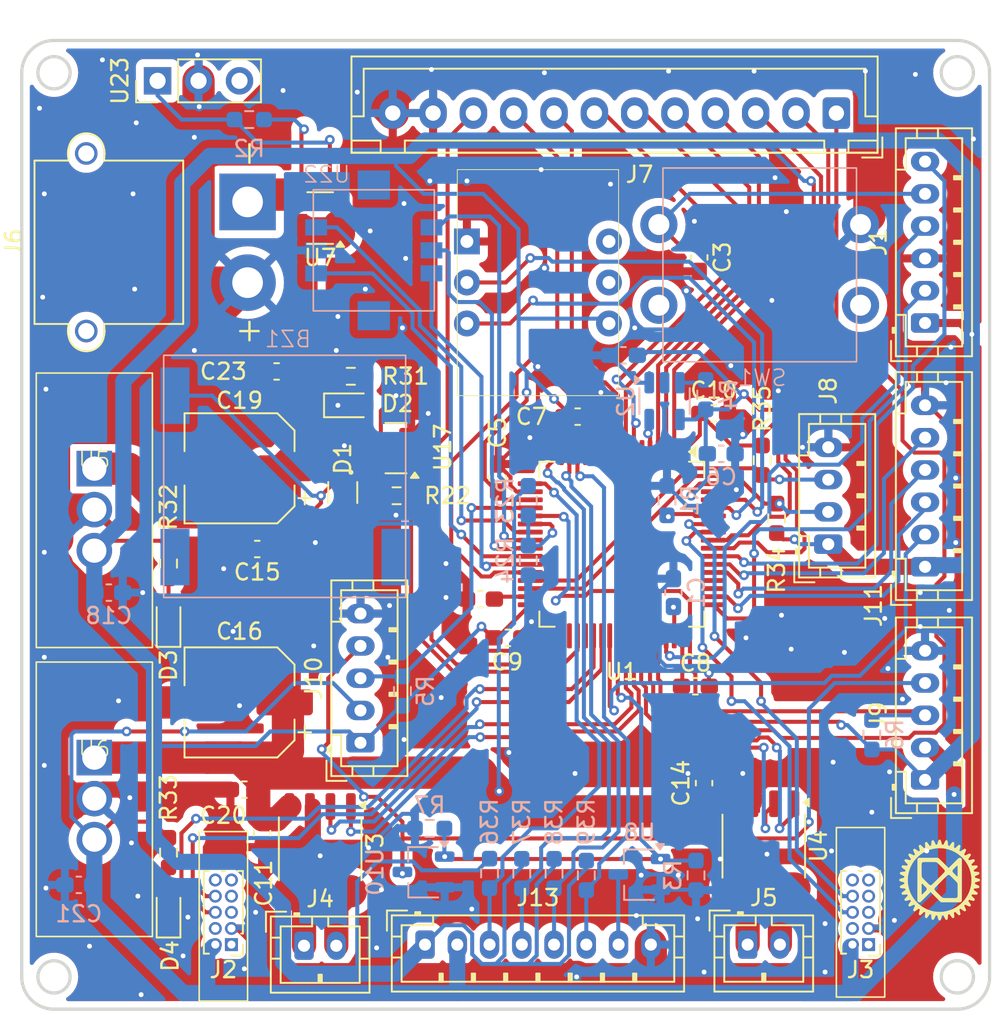
<source format=kicad_pcb>
(kicad_pcb (version 20240108) (generator "pcbnew") (generator_version "8.0")
  (layers (0 "F.Cu" signal) (31 "B.Cu" signal) (34 "B.Paste" user) (35 "F.Paste" user) (36 "B.SilkS" user "B.Silkscreen") (37 "F.SilkS" user "F.Silkscreen") (38 "B.Mask" user) (39 "F.Mask" user) (44 "Edge.Cuts" user))
  (net 0 "")
  (net 1 "Net-(U1-VCAP_2)")
  (net 2 "GND")
  (net 3 "Net-(U1-VCAP_1)")
  (net 4 "Net-(J1-Pin_5)")
  (net 5 "+3.3V")
  (net 8 "+BATT")
  (net 9 "+5V")
  (net 10 "Net-(BZ1--)")
  (net 11 "Net-(D2-A)")
  (net 12 "Net-(D3-A)")
  (net 13 "Net-(D4-A)")
  (net 14 "/SWDIO")
  (net 15 "/SWO")
  (net 16 "/SWCLK")
  (net 21 "/ENC1_B")
  (net 22 "/ENC1_A")
  (net 31 "/ENC2_A")
  (net 32 "/ENC2_B")
  (net 33 "Net-(J4-Pin_2)")
  (net 34 "Net-(J4-Pin_1)")
  (net 35 "Net-(J5-Pin_2)")
  (net 36 "Net-(J5-Pin_1)")
  (net 37 "Net-(J6-Pin_1)")
  (net 38 "/LCD_SDA")
  (net 39 "/SENSOR0_ADC")
  (net 40 "/SENSOR_L_ADC")
  (net 41 "/SENSOR_R_ADC")
  (net 44 "Net-(U1-BOOT0)")
  (net 45 "Net-(U7-GATE)")
  (net 46 "/LED0")
  (net 47 "/LED1")
  (net 48 "/SDIO_SW")
  (net 49 "/SDIO_D0")
  (net 50 "/SDIO_CMD")
  (net 51 "/SDIO_CK")
  (net 52 "/BZ_PWM")
  (net 53 "/BATT_REF_ADC")
  (net 54 "/LED2")
  (net 55 "/LED3")
  (net 56 "/LCD_SCL")
  (net 57 "/SENSOR1_ADC")
  (net 58 "/SENSOR2_ADC")
  (net 59 "/SENSOR3_ADC")
  (net 60 "/LED4")
  (net 61 "/LED5")
  (net 62 "/LED6")
  (net 63 "/LED7")
  (net 64 "/LED8")
  (net 65 "/LED9")
  (net 66 "/IMU_SDA")
  (net 67 "/SW_Center")
  (net 68 "/SW_A")
  (net 70 "/MOTOR2_IN_A")
  (net 71 "/MOTOR1_IN_B")
  (net 74 "/SW_C")
  (net 75 "/SW_D")
  (net 76 "/MOTOR1_IN_A")
  (net 77 "/IMU_SCL")
  (net 78 "/MOTOR2_IN_B")
  (net 79 "Net-(U1-PH0)")
  (net 80 "/SW_B")
  (net 84 "Net-(J10-Pin_4)")
  (net 85 "Net-(J13-Pin_7)")
  (net 86 "/SENSOR_PWM")
  (net 87 "Net-(U2-OE{slash}ST{slash}NC)")
  (footprint "Package_SO:SOP-8_3.9x4.9mm_P1.27mm" (layer "F.Cu") (at 116.5 88.07 -90)
    (property "Reference" "U3")
    (property "Value" "AM2837")
  )
  (footprint "Connector_JST:JST_PH_B4B-PH-K_1x04_P2.00mm_Vertical" (layer "F.Cu") (at 148 69.2 90)
    (property "Reference" "J8")
    (property "Value" "PH_4p")
  )
  (footprint "Capacitor_SMD:CP_Elec_6.3x5.4" (layer "F.Cu") (at 111.5 64.5 180)
    (property "Reference" "C19")
    (property "Value" "100u")
  )
  (footprint "LED_SMD:LED_0603_1608Metric_Pad1.05x0.95mm_HandSolder" (layer "F.Cu") (at 107.1 91.9 90)
    (property "Reference" "D4")
    (property "Value" "LED_Small")
  )
  (footprint "Connector_PinHeader_1.00mm:PinHeader_2x05_P1.00mm_Vertical" (layer "F.Cu") (at 150.5 94 180)
    (property "Reference" "J3")
    (property "Value" "Conn_02x05_Odd_Even")
  )
  (footprint "Resistor_SMD:R_0603_1608Metric_Pad0.98x0.95mm_HandSolder" (layer "F.Cu") (at 144.8 67.6 90)
    (property "Reference" "R34")
    (property "Value" "1k")
  )
  (footprint "Resistor_SMD:R_0603_1608Metric_Pad0.98x0.95mm_HandSolder" (layer "F.Cu") (at 143.9 64 -90)
    (property "Reference" "R35")
    (property "Value" "1k")
  )
  (footprint "Package_SO:SOP-8_3.9x4.9mm_P1.27mm" (layer "F.Cu") (at 144 87.9 -90)
    (property "Reference" "U4")
    (property "Value" "AM2837")
  )
  (footprint "mylib:BP5293-xx" (layer "F.Cu") (at 102.5 64.5)
    (property "Reference" "U5")
    (property "Value" "BP5293-33")
  )
  (footprint "Capacitor_SMD:C_0603_1608Metric_Pad1.08x0.95mm_HandSolder" (layer "F.Cu") (at 112.6 69.5 180)
    (property "Reference" "C15")
    (property "Value" "0.1u")
  )
  (footprint "Capacitor_SMD:C_0603_1608Metric_Pad1.08x0.95mm_HandSolder" (layer "F.Cu") (at 126.4375 72.6 180)
    (property "Reference" "C2" (hide yes))
    (property "Value" "2.2u")
  )
  (footprint "LED_SMD:LED_0603_1608Metric_Pad1.05x0.95mm_HandSolder" (layer "F.Cu") (at 118.4 60.6)
    (property "Reference" "D2")
    (property "Value" "LED_Small")
  )
  (footprint "Capacitor_SMD:C_0603_1608Metric_Pad1.08x0.95mm_HandSolder" (layer "F.Cu") (at 112.9 87.1 -90)
    (property "Reference" "C11")
    (property "Value" "0.1u")
  )
  (footprint "Capacitor_SMD:C_0603_1608Metric_Pad1.08x0.95mm_HandSolder" (layer "F.Cu") (at 140 51.4375 -90)
    (property "Reference" "C3")
    (property "Value" "0.1u")
  )
  (footprint "mylib:BP5293-xx" (layer "F.Cu") (at 102.5 82.4)
    (property "Reference" "U6")
    (property "Value" "BP5293-50")
  )
  (footprint "Capacitor_SMD:C_0603_1608Metric_Pad1.08x0.95mm_HandSolder" (layer "F.Cu") (at 128.1375 75)
    (property "Reference" "C9")
    (property "Value" "0.1u")
  )
  (footprint "Capacitor_SMD:C_0603_1608Metric_Pad1.08x0.95mm_HandSolder" (layer "F.Cu") (at 127.5 65.1 90)
    (property "Reference" "C5")
    (property "Value" "0.1u")
  )
  (footprint "Connector_PinHeader_2.54mm:PinHeader_1x03_P2.54mm_Vertical" (layer "F.Cu") (at 106.42 40.5 90)
    (property "Reference" "U23")
    (property "Value" "SS-22F32G5")
  )
  (footprint "Package_TO_SOT_SMD:SOT-523" (layer "F.Cu") (at 117.9 66 -90)
    (property "Reference" "D1")
    (property "Value" "BAT54ST")
  )
  (footprint "Connector_JST:JST_PH_B5B-PH-K_1x05_P2.00mm_Vertical" (layer "F.Cu") (at 119 81.5 90)
    (property "Reference" "J10")
    (property "Value" "PH_5p")
  )
  (footprint "Connector_JST:JST_PH_B6B-PH-K_1x06_P2.00mm_Vertical" (layer "F.Cu") (at 154 55.5 90)
    (property "Reference" "J1")
    (property "Value" "PH_6p")
  )
  (footprint "Resistor_SMD:R_0603_1608Metric_Pad0.98x0.95mm_HandSolder" (layer "F.Cu") (at 107.1 88.3 -90)
    (property "Reference" "R33")
    (property "Value" "R_Small")
  )
  (footprint "Capacitor_SMD:C_0603_1608Metric_Pad1.08x0.95mm_HandSolder" (layer "F.Cu") (at 111.8 84.4 180)
    (property "Reference" "C20")
    (property "Value" "0.1u")
  )
  (footprint "Capacitor_SMD:C_0603_1608Metric_Pad1.08x0.95mm_HandSolder" (layer "F.Cu") (at 139.7625 78)
    (property "Reference" "C8")
    (property "Value" "0.1u")
  )
  (footprint "Capacitor_SMD:C_0603_1608Metric_Pad1.08x0.95mm_HandSolder" (layer "F.Cu") (at 140.3 84 90)
    (property "Reference" "C14")
    (property "Value" "0.1u")
  )
  (footprint "Connector_JST:JST_PH_B8B-PH-K_1x08_P2.00mm_Vertical" (layer "F.Cu") (at 123 94)
    (property "Reference" "J13")
    (property "Value" "PH_8p")
  )
  (footprint "Capacitor_SMD:C_0603_1608Metric_Pad1.08x0.95mm_HandSolder" (layer "F.Cu") (at 132.4625 61.3)
    (property "Reference" "C7")
    (property "Value" "0.1u")
  )
  (footprint "Capacitor_SMD:C_0603_1608Metric_Pad1.08x0.95mm_HandSolder" (layer "F.Cu") (at 140.9 61.1)
    (property "Reference" "C10")
    (property "Value" "0.1u")
  )
  (footprint "Package_SO:TSOP-6_1.65x3.05mm_P0.95mm" (layer "F.Cu") (at 116.5 49 180)
    (property "Reference" "U7")
    (property "Value" "SSM6J808R")
  )
  (footprint "LED_SMD:LED_0603_1608Metric_Pad1.05x0.95mm_HandSolder" (layer "F.Cu") (at 107.1 73.9 90)
    (property "Reference" "D3")
    (property "Value" "LED_Small")
  )
  (footprint "Resistor_SMD:R_0603_1608Metric_Pad0.98x0.95mm_HandSolder" (layer "F.Cu") (at 107.1 70.4 -90)
    (property "Reference" "R32")
    (property "Value" "R_Small")
  )
  (footprint "mylib:SH_5mm" (layer "F.Cu") (at 154.9 90)
    (property "Reference" "G***" (hide yes))
    (property "Value" "LOGO" (hide yes))
  )
  (footprint "Connector_JST:JST_PH_B2B-PH-K_1x02_P2.00mm_Vertical" (layer "F.Cu") (at 143 94)
    (property "Reference" "J5")
    (property "Value" "PA_2p")
  )
  (footprint "Package_QFP:LQFP-64_10x10mm_P0.5mm" (layer "F.Cu") (at 135.2 69.2 -90)
    (property "Reference" "U1")
    (property "Value" "STM32F405RGTx")
  )
  (footprint "Connector_JST:JST_PH_B5B-PH-K_1x05_P2.00mm_Vertical" (layer "F.Cu") (at 154 83.8 90)
    (property "Reference" "J9")
    (property "Value" "PH_5p")
  )
  (footprint "Connector_JST:JST_XH_B12B-XH-A_1x12_P2.50mm_Vertical" (layer "F.Cu") (at 148.5 42.5 180)
    (property "Reference" "J7")
    (property "Value" "HX_12p")
  )
  (footprint "Connector_JST:JST_PH_B2B-PH-K_1x02_P2.00mm_Vertical" (layer "F.Cu") (at 115.5 94.07)
    (property "Reference" "J4")
    (property "Value" "PA_2p")
  )
  (footprint "Package_TO_SOT_SMD:SOT-23" (layer "F.Cu") (at 121.2 63.25 180)
    (property "Reference" "U17")
    (property "Value" "MTN2306AN3")
  )
  (footprint "Connector_AMASS:AMASS_XT30PW-M_1x02_P2.50mm_Horizontal" (layer "F.Cu") (at 112 48 90)
    (property "Reference" "J6")
    (property "Value" "XT_2p")
  )
  (footprint "Connector_JST:JST_PH_B6B-PH-K_1x06_P2.00mm_Vertical" (layer "F.Cu") (at 154 70.6 90)
    (property "Reference" "J11")
    (property "Value" "PH_6p")
  )
  (footprint "Resistor_SMD:R_0603_1608Metric_Pad0.98x0.95mm_HandSolder" (layer "F.Cu") (at 121.2375 66.2 180)
    (property "Reference" "R22")
    (property "Value" "47k")
  )
  (footprint "Connector_PinHeader_1.00mm:PinHeader_2x05_P1.00mm_Vertical" (layer "F.Cu") (at 111 94 180)
    (property "Reference" "J2")
    (property "Value" "Conn_02x05_Odd_Even")
  )
  (footprint "Capacitor_SMD:C_0603_1608Metric_Pad1.08x0.95mm_HandSolder" (layer "F.Cu") (at 113.8 58.5 180)
    (property "Reference" "C23")
    (property "Value" "0.1u")
  )
  (footprint "mylib:AE-BMX055" (layer "F.Cu") (at 130 53.3)
    (property "Reference" "U16" (hide yes))
    (property "Value" "AE-BMX055" (hide yes))
  )
  (footprint "Capacitor_SMD:CP_Elec_6.3x5.4" (layer "F.Cu") (at 111.5 79 180)
    (property "Reference" "C16")
    (property "Value" "100u")
  )
  (footprint "Resistor_SMD:R_0603_1608Metric_Pad0.98x0.95mm_HandSolder" (layer "F.Cu") (at 118.4 58.8)
    (property "Reference" "R31")
    (property "Value" "R_Small")
  )
  (footprint "Package_TO_SOT_SMD:TSOT-23" (layer "B.Cu") (at 122.91 89.5 180)
    (property "Reference" "U10")
    (property "Value" "MTN2306AN3")
  )
  (footprint "Resistor_SMD:R_0603_1608Metric_Pad0.98x0.95mm_HandSolder" (layer "B.Cu") (at 129.4 70.2 -90)
    (property "Reference" "R24")
    (property "Value" "1k")
  )
  (footprint "Resistor_SMD:R_0603_1608Metric_Pad0.98x0.95mm_HandSolder" (layer "B.Cu") (at 129.4 66.5 -90)
    (property "Reference" "R23")
    (property "Value" "1.8k")
  )
  (footprint "Package_TO_SOT_SMD:TSOT-23-5" (layer "B.Cu") (at 137.85 60.3375 -90)
    (property "Reference" "U2")
    (property "Value" "SIT2001B")
  )
  (footprint "Capacitor_SMD:C_0603_1608Metric_Pad1.08x0.95mm_HandSolder" (layer "B.Cu") (at 101.5375 90.3 180)
    (property "Reference" "C21")
    (property "Value" "0.1u")
  )
  (footprint "mylib:SKRHAAE010" (layer "B.Cu") (at 119.825 51 180)
    (property "Reference" "U22")
    (property "Value" " SKRHAAE010")
  )
  (footprint "Capacitor_SMD:C_0603_1608Metric_Pad1.08x0.95mm_HandSolder" (layer "B.Cu") (at 103.4 72.2)
    (property "Reference" "C18")
    (property "Value" "0.1u")
  )
  (footprint "mylib:TVGP01-G73BB" (layer "B.Cu") (at 150 49.4 180)
    (property "Reference" "SW1")
    (property "Value" "TVGP01-G73BB")
  )
  (footprint "Resistor_SMD:R_0603_1608Metric_Pad0.98x0.95mm_HandSolder" (layer "B.Cu") (at 112.1 42.9 180)
    (property "Reference" "R2")
    (property "Value" "47k")
  )
  (footprint "Resistor_SMD:R_0603_1608Metric_Pad0.98x0.95mm_HandSolder" (layer "B.Cu") (at 129 89.6 -90)
    (property "Reference" "R37")
    (property "Value" "1k")
  )
  (footprint "Resistor_SMD:R_0603_1608Metric_Pad0.98x0.95mm_HandSolder" (layer "B.Cu") (at 127 89.5875 -90)
    (property "Reference" "R36")
    (property "Value" "1k")
  )
  (footprint "Resistor_SMD:R_0603_1608Metric_Pad0.98x0.95mm_HandSolder" (layer "B.Cu") (at 121.6 78.3 90)
    (property "Reference" "R5")
    (property "Value" "1k")
  )
  (footprint "Capacitor_SMD:C_0603_1608Metric_Pad1.08x0.95mm_HandSolder" (layer "B.Cu") (at 138.4 72.2 90)
    (property "Reference" "C1")
    (property "Value" "2.2u")
  )
  (footprint "Resistor_SMD:R_0603_1608Metric_Pad0.98x0.95mm_HandSolder" (layer "B.Cu") (at 140.4 59.9375 90)
    (property "Reference" "R4")
    (property "Value" "1k")
  )
  (footprint "mylib:UM1515IA085008" (layer "B.Cu") (at 107.5 70)
    (property "Reference" "BZ1")
    (property "Value" "Buzzer")
  )
  (footprint "Capacitor_SMD:C_0603_1608Metric_Pad1.08x0.95mm_HandSolder" (layer "B.Cu") (at 141.3625 63.6)
    (property "Reference" "C6")
    (property "Value" "0.1u")
  )
  (footprint "Resistor_SMD:R_0603_1608Metric_Pad0.98x0.95mm_HandSolder" (layer "B.Cu") (at 123.2875 86.8 180)
    (property "Reference" "R7")
    (property "Value" "47k")
  )
  (footprint "Capacitor_SMD:C_0603_1608Metric_Pad1.08x0.95mm_HandSolder" (layer "B.Cu") (at 135.3 57.5 180)
    (property "Reference" "C4" (hide yes))
    (property "Value" "0.1u")
  )
  (footprint "Package_TO_SOT_SMD:TSOT-23" (layer "B.Cu") (at 136.29 89.65 180)
    (property "Reference" "U8")
    (property "Value" "MTN2306AN3")
  )
  (footprint "Resistor_SMD:R_0603_1608Metric_Pad0.98x0.95mm_HandSolder" (layer "B.Cu") (at 133 89.7125 -90)
    (property "Reference" "R39")
    (property "Value" "1k")
  )
  (footprint "Resistor_SMD:R_0603_1608Metric_Pad0.98x0.95mm_HandSolder" (layer "B.Cu") (at 131 89.6 -90)
    (property "Reference" "R38")
    (property "Value" "1k")
  )
  (footprint "Resistor_SMD:R_0603_1608Metric_Pad0.98x0.95mm_HandSolder" (layer "B.Cu") (at 139.8 89.7125 -90)
    (property "Reference" "R3")
    (property "Value" "47k")
  )
  (footprint "Resistor_SMD:R_0603_1608Metric_Pad0.98x0.95mm_HandSolder" (layer "B.Cu") (at 150.7 81 90)
    (property "Reference" "R6")
    (property "Value" "1k")
  )
  (footprint "Resistor_SMD:R_0603_1608Metric_Pad0.98x0.95mm_HandSolder" (layer "B.Cu") (at 138 66.5 90)
    (property "Reference" "R1")
    (property "Value" "10k")
  )
  (gr_line (start 99.999999 98) (end 156 98) (stroke (width 0.2)) (layer "Edge.Cuts"))
  (gr_circle (center 100 96) (end 101 96) (stroke (width 0.2)) (fill none) (layer "Edge.Cuts"))
  (gr_arc (start 158 96) (mid 157.414214 97.414214) (end 156 98) (stroke (width 0.2)) (layer "Edge.Cuts"))
  (gr_circle (center 156 40) (end 157 40) (stroke (width 0.2)) (fill none) (layer "Edge.Cuts"))
  (gr_line (start 156 38) (end 99.999998 38) (stroke (width 0.2)) (layer "Edge.Cuts"))
  (gr_circle (center 100 40) (end 101 40) (stroke (width 0.2)) (fill none) (layer "Edge.Cuts"))
  (gr_arc (start 99.999999 98) (mid 98.585786 97.414214) (end 98 96.000002) (stroke (width 0.2)) (layer "Edge.Cuts"))
  (gr_arc (start 156 38) (mid 157.414214 38.585786) (end 158 40) (stroke (width 0.2)) (layer "Edge.Cuts"))
  (gr_arc (start 98 39.999999) (mid 98.585786 38.585786) (end 99.999998 38) (stroke (width 0.2)) (layer "Edge.Cuts"))
  (gr_line (start 98 39.999999) (end 98 96.000002) (stroke (width 0.2)) (layer "Edge.Cuts"))
  (gr_circle (center 156 96) (end 157 96) (stroke (width 0.2)) (fill none) (layer "Edge.Cuts"))
  (gr_line (start 158 96) (end 158 40) (stroke (width 0.2)) (layer "Edge.Cuts"))
  (segment (start 138.45 73.15) (end 138.45 74.875) (width 0.25) (layer "F.Cu") (net 1))
  (segment (start 138.4 73.1) (end 138.45 73.15) (width 0.25) (layer "F.Cu") (net 1))
  (via (at 138.4 73.1) (size 0.6) (drill 0.3) (layers "F.Cu" "B.Cu") (net 1))
  (segment (start 138.4 73.0625) (end 138.4 73.1) (width 0.25) (layer "B.Cu") (net 1))
  (segment (start 129.5 62.2375) (end 129.5 62.6) (width 0.25) (layer "F.Cu") (net 2))
  (segment (start 104.7 84.9) (end 104.2 84.4) (width 1) (layer "F.Cu") (net 2))
  (segment (start 142.7 62.4) (end 142.15 61.85) (width 0.25) (layer "F.Cu") (net 2))
  (segment (start 111.7375 69.5) (end 110.51875 70.71875) (width 1) (layer "F.Cu") (net 2))
  (segment (start 143.695 83.4) (end 144.045 83.75) (width 1) (layer "F.Cu") (net 2))
  (segment (start 150.5 40) (end 150.5 41.117462) (width 2) (layer "F.Cu") (net 2))
  (segment (start 140.6 77.975) (end 140.625 78) (width 0.25) (layer "F.Cu") (net 2))
  (segment (start 129 74.6) (end 129.6 74) (width 0.25) (layer "F.Cu") (net 2))
  (segment (start 157 63.386522) (end 157 73.2) (width 1) (layer "F.Cu") (net 2))
  (segment (start 100.2 67.3) (end 100.2 68.9) (width 2) (layer "F.Cu") (net 2))
  (segment (start 156.9 73.3) (end 157 73.2) (width 0.25) (layer "F.Cu") (net 2))
  (segment (start 106.2 62) (end 100.42 62) (width 2) (layer "F.Cu") (net 2))
  (segment (start 112.9375 88) (end 115.8 88) (width 1) (layer "F.Cu") (net 2))
  (segment (start 108.96 42.14) (end 109 42.1) (width 2) (layer "F.Cu") (net 2))
  (segment (start 123.5 42.5) (end 121 42.5) (width 0.25) (layer "F.Cu") (net 2))
  (segment (start 149 75.9) (end 149.5 75.9) (width 0.25) (layer "F.Cu") (net 2))
  (segment (start 147.8 85.138762) (end 146.411238 83.75) (width 1) (layer "F.Cu") (net 2))
  (segment (start 143.3 40) (end 143.4 39.9) (width 2) (layer "F.Cu") (net 2))
  (segment (start 133.325 61.3) (end 133.45 61.425) (width 0.25) (layer "F.Cu") (net 2))
  (segment (start 132.4 96) (end 132.545 96.145) (width 2) (layer "F.Cu") (net 2))
  (segment (start 150.4 40) (end 150.5 40) (width 2) (layer "F.Cu") (net 2))
  (segment (start 123.3375 61.1) (end 123.3 61.1375) (width 0.25) (layer "F.Cu") (net 2))
  (segment (start 138.2 40) (end 143.3 40) (width 2) (layer "F.Cu") (net 2))
  (segment (start 138 40) (end 138.1 39.9) (width 2) (layer "F.Cu") (net 2))
  (segment (start 147.8 88.6) (end 147.8 92.7) (width 1) (layer "F.Cu") (net 2))
  (segment (start 142.7625 83.3375) (end 142.8375 83.3375) (width 0.25) (layer "F.Cu") (net 2))
  (segment (start 108.96 44.26) (end 108.7 44) (width 2) (layer "F.Cu") (net 2))
  (segment (start 125.595 50.45) (end 125.595 46.705) (width 0.25) (layer "F.Cu") (net 2))
  (segment (start 100.2 70.7) (end 101.5 72) (width 2) (layer "F.Cu") (net 2))
  (segment (start 105.2 84.4) (end 104.7 84.9) (width 1) (layer "F.Cu") (net 2))
  (segment (start 121 41.5) (end 122.5 40) (width 2) (layer "F.Cu") (net 2))
  (segment (start 99.5 83) (end 99.5 83.5) (width 2) (layer "F.Cu") (net 2))
  (segment (start 105.5 72.9) (end 104.05 74.35) (width 0.25) (layer "F.Cu") (net 2))
  (segment (start 118.6 41) (end 118.8 41.2) (width 2) (layer "F.Cu") (net 2))
  (segment (start 107.1 92.775) (end 107 92.875) (width 0.25) (layer "F.Cu") (net 2))
  (segment (start 119 73.5) (end 119 67.525) (width 0.25) (layer "F.Cu") (net 2))
  (segment (start 140.6 77.175) (end 140.6 77.975) (width 0.25) (layer "F.Cu") (net 2))
  (segment (start 100.96 84.96) (end 102.5 84.96) (width 2) (layer "F.Cu") (net 2))
  (segment (start 143.365 84.43) (end 143.365 85.275) (width 1) (layer "F.Cu") (net 2))
  (segment (start 142.7 83.4) (end 140.5625 83.4) (width 1) (layer "F.Cu") (net 2))
  (segment (start 133.45 61.425) (end 133.45 63.525) (width 0.25) (layer "F.Cu") (net 2))
  (segment (start 100.44 67.06) (end 102.5 67.06) (width 2) (layer "F.Cu") (net 2))
  (segment (start 108.96 52.434873) (end 108.96 44.26) (width 2) (layer "F.Cu") (net 2))
  (segment (start 104.2 84.4) (end 103.06 84.4) (width 1) (layer "F.Cu") (net 2))
  (segment (start 108.7 44) (end 108.96 43.74) (width 2) (layer "F.Cu") (net 2))
  (segment (start 103.06 84.4) (end 102.5 84.96) (width 1) (layer "F.Cu") (net 2))
  (segment (start 108.7 64.5) (end 106.2 62) (width 2) (layer "F.Cu") (net 2))
  (segment (start 148.2 88.2) (end 147.8 87.8) (width 1) (layer "F.Cu") (net 2))
  (segment (start 150 49.4) (end 152.1 51.5) (width 0.25) (layer "F.Cu") (net 2))
  (segment (start 139.855 96.145) (end 140.3 95.7) (width 2) (layer "F.Cu") (net 2))
  (segment (start 107.1 74.775) (end 107.375 74.5) (width 0.25) (layer "F.Cu") (net 2))
  (segment (start 108.7 57.2) (end 108.7 64.5) (width 2) (layer "F.Cu") (net 2))
  (segment (start 99.5 83.5) (end 99.5 90.5) (width 2) (layer "F.Cu") (net 2))
  (segment (start 142.591116 58.775) (end 141.958058 58.141942) (width 0.25) (layer "F.Cu") (net 2))
  (segment (start 108.7 56.3) (end 108.7 58.7) (width 2) (layer "F.Cu") (net 2))
  (segment (start 108.7 58.7) (end 108.7 57.2) (width 2) (layer "F.Cu") (net 2))
  (segment (start 129.5 62.6) (end 129.1375 62.6) (width 0.25) (layer "F.Cu") (net 2))
  (segment (start 108.9 58.5) (end 108.7 58.7) (width 0.25) (layer "F.Cu") (net 2))
  (segment (start 125.575 74.975) (end 125.575 72.6) (width 0.25) (layer "F.Cu") (net 2))
  (segment (start 103.1 94.1) (end 105.145 96.145) (width 2) (layer "F.Cu") (net 2))
  (segment (start 147.8 95.845) (end 147.5 96.145) (width 1) (layer "F.Cu") (net 2))
  (segment (start 113 94.5) (end 113 96.145) (width 0.5) (layer "F.Cu") (net 2))
  (segment (start 100 62.42) (end 100 66.62) (width 2) (layer "F.Cu") (net 2))
  (segment (start 119.5 41) (end 121 42.5) (width 2) (layer "F.Cu") (net 2))
  (segment (start 151.605 96.145) (end 153 94.75) (width 2) (layer "F.Cu") (net 2))
  (segment (start 154.213478 60.6) (end 157 63.386522) (width 0.25) (layer "F.Cu") (net 2))
  (segment (start 107 95.645) (end 107.5 96.145) (width 0.25) (layer "F.Cu") (net 2))
  (segment (start 150.55 41.167462) (end 150.55 48.85) (width 2) (layer "F.Cu") (net 2))
  (segment (start 115.865 86.851116) (end 115.865 85.445) (width 0.25) (layer "F.Cu") (net 2))
  (segment (start 144.4 59.2) (end 144.9 59.7) (width 0.25) (layer "F.Cu") (net 2))
  (segment (start 147.5 96.145) (end 151.605 96.145) (width 2) (layer "F.Cu") (net 2))
  (segment (start 119 41) (end 119.5 41) (width 2) (layer "F.Cu") (net 2))
  (segment (start 120 94.2) (end 119.5 94.7) (width 1) (layer "F.Cu") (net 2))
  (segment (start 105.9 79) (end 108.7 79) (width 2) (layer "F.Cu") (net 2))
  (segment (start 152.1 51.5) (end 154 51.5) (width 0.25) (layer "F.Cu") (net 2))
  (segment (start 150.55 48.85) (end 150 49.4) (width 2) (layer "F.Cu") (net 2))
  (segment (start 143.675 85.75) (end 143.675 84.825) (width 0.2) (layer "F.Cu") (net 2))
  (segment (start 132.255 96.145) (end 132.4 96) (width 2) (layer "F.Cu") (net 2))
  (segment (start 130.4 40) (end 138 40) (width 2) (layer "F.Cu") (net 2))
  (segment (start 112.9 87.9625) (end 114.753616 87.9625) (width 0.25) (layer "F.Cu") (net 2))
  (segment (start 101.5 72) (end 101.7 72) (width 2) (layer "F.Cu") (net 2))
  (segment (start 128.3 65.0375) (end 127.5 64.2375) (width 0.25) (layer "F.Cu") (net 2))
  (segment (start 140.5625 83.4) (end 140.3 83.1375) (width 1) (layer "F.Cu") (net 2))
  (segment (start 150.5 41.117462) (end 150.55 41.167462) (width 2) (layer "F.Cu") (net 2))
  (segment (start 107.5 96.145) (end 113 96.145) (width 2) (layer "F.Cu") (net 2))
  (segment (start 100 66.62) (end 100.44 67.06) (width 2) (layer "F.Cu") (net 2))
  (segment (start 120.3 90.6) (end 120.2 90.7) (width 1) (layer "F.Cu") (net 2))
  (segment (start 142.591116 59.2) (end 142.591116 58.775) (width 0.25) (layer "F.Cu") (net 2))
  (segment (start 150.2 40) (end 150.3 39.9) (width 2) (layer "F.Cu") (net 2))
  (segment (start 108.96 42.06) (end 108.96 40.5) (width 2) (layer "F.Cu") (net 2))
  (segment (start 109.525127 53) (end 108.96 52.434873) (width 2) (layer "F.Cu") (net 2))
  (segment (start 149.5 75.9) (end 149.6 75.8) (width 0.25) (layer "F.Cu") (net 2))
  (segment (start 119.5 94.7) (end 119.5 96.145) (width 1) (layer "F.Cu") (net 2))
  (segment (start 113 96.145) (end 119.5 96.145) (width 2) (layer "F.Cu") (net 2))
  (segment (start 107 92.875) (end 107 95.645) (width 0.25) (layer "F.Cu") (net 2))
  (segment (start 146.411238 83.75) (end 144.045 83.75) (width 1) (layer "F.Cu") (net 2))
  (segment (start 108.96 43.74) (end 108.96 43) (width 2) (layer "F.Cu") (net 2))
  (segment (start 150.5 93) (end 151.25 93) (width 0.5) (layer "F.Cu") (net 2))
  (segment (start 108.96 43) (end 108.96 42.14) (width 2) (layer "F.Cu") (net 2))
  (segment (start 142.591116 59.2) (end 144.4 59.2) (width 0.25) (layer "F.Cu") (net 2))
  (segment (start 152.1 92.5) (end 153 93) (width 2) (layer "F.Cu") (net 2))
  (segment (start 100.44 67.06) (end 100.2 67.3) (width 2) (layer "F.Cu") (net 2))
  (segment (start 120.3 88.8) (end 120.3 90.6) (width 1) (layer "F.Cu") (net 2))
  (segment (start 104.1 79) (end 104 78.9) (width 2) (layer "F.Cu") (net 2))
  (segment (start 143.4 39.9) (end 143.5 40) (width 2) (layer "F.Cu") (net 2))
  (segment (start 147.8 92.7) (end 147.8 95.7) (width 1) (layer "F.Cu") (net 2))
  (segment (start 105.5 72.2) (end 105.5 72.9) (width 0.25) (layer "F.Cu") (net 2))
  (segment (start 103.9 79) (end 100.7 79) (width 2) (layer "F.Cu") (net 2))
  (segment (start 120.2 94) (end 120 94.2) (width 1) (layer "F.Cu") (net 2))
  (segment (start 157 89.943738) (end 157 77.8) (width 1) (layer "F.Cu") (net 2))
  (segment (start 143.675 84.825) (end 143.675 85.09939) (width 0.5) (layer "F.Cu") (net 2))
  (segment (start 149.6 75.8) (end 154 75.8) (width 0.25) (layer "F.Cu") (net 2))
  (segment (start 114.3 41) (end 118.6 41) (width 2) (layer "F.Cu") (net 2))
  (segment (start 125.595 46.705) (end 125.6 46.7) (width 0.25) (layer "F.Cu") (net 2))
  (segment (start 110.51875 70.71875) (end 108.7 72.5375) (width 1) (layer "F.Cu") (net 2))
  (segment (start 117.525 60.6) (end 117.6 60.6) (width 0.25) (layer "F.Cu") (net 2))
  (segment (start 109 42.1) (end 108.96 42.06) (width 2) (layer "F.Cu") (net 2))
  (segment (start 136.855 96.145) (end 137 96) (width 2) (layer "F.Cu") (net 2))
  (segment (start 111.899138 43) (end 113.899138 41) (width 2) (layer "F.Cu") (net 2))
  (segment (start 100.2 70.5) (end 100.2 70.7) (width 2) (layer "F.Cu") (net 2))
  (segment (start 102.2 94.1) (end 103.1 94.1) (width 2) (layer "F.Cu") (net 2))
  (segment (start 123.2 61.1) (end 123.3375 61.1) (width 0.25) (layer "F.Cu") (net 2))
  (segment (start 99.5 80.2) (end 99.5 82.8) (width 2) (layer "F.Cu") (net 2))
  (segment (start 112 53) (end 108.7 56.3) (width 2) (layer "F.Cu") (net 2))
  (segment (start 128.3 65.567764) (end 128.3 65.0375) (width 0.25) (layer "F.Cu") (net 2))
  (segment (start 108.7 74.5) (end 108.7 79) (width 1) (layer "F.Cu") (net 2))
  (segment (start 153 94.75) (end 152.1 92.5) (width 2) (layer "F.Cu") (net 2))
  (segment (start 122.5 40) (end 123.2 40) (width 2) (layer "F.Cu") (net 2))
  (segment (start 140.3 95.7) (end 140.745 96.145) (width 2) (layer "F.Cu") (net 2))
  (segment (start 128.3 75.8) (end 126.4 75.8) (width 0.25) (layer "F.Cu") (net 2))
  (segment (start 126.4 75.8) (end 125.575 74.975) (width 0.25) (layer "F.Cu") (net 2))
  (segment (start 121 44.4) (end 123.3 46.7) (width 0.25) (layer "F.Cu") (net 2))
  (segment (start 119.5 88) (end 120.3 88.8) (width 1) (layer "F.Cu") (net 2))
  (segment (start 123.4 39.8) (end 123.6 40) (width 2) (layer "F.Cu") (net 2))
  (segment (start 116.045 87.755) (end 116.045 85.445) (width 1) (layer "F.Cu") (net 2))
  (segment (start 147.8 95.7) (end 147.8 95.845) (width 1) (layer "F.Cu") (net 2))
  (segment (start 119 67.525) (end 120.325 66.2) (width 0.25) (layer "F.Cu") (net 2))
  (segment (start 121 42.5) (end 121 44.4) (width 0.25) (layer "F.Cu") (net 2))
  (segment (start 123.2 40) (end 123.4 39.8) (width 2) (layer "F.Cu") (net 2))
  (segment (start 113.899138 41) (end 114.1 41) (width 2) (layer "F.Cu") (net 2))
  (segment (start 132.545 96.145) (end 136.855 96.145) (width 2) (layer "F.Cu") (net 2))
  (segment (start 118.8 41.2) (end 119 41) (width 2) (layer "F.Cu") (net 2))
  (segment (start 123.6 40) (end 130.4 40) (width 2) (layer "F.Cu") (net 2))
  (segment (start 154 60.6) (end 154.213478 60.6) (width 0.25) (layer "F.Cu") (net 2))
  (segment (start 130 58.2) (end 130.225 58.2) (width 0.25) (layer "F.Cu") (net 2))
  (segment (start 122.1375 62.3) (end 123.2 61.2375) (width 0.25) (layer "F.Cu") (net 2))
  (segment (start 108.7 79) (end 104.1 79) (width 2) (layer "F.Cu") (net 2))
  (segment (start 147.8 87.8) (end 147.8 85.138762) (width 1) (layer "F.Cu") (net 2))
  (segment (start 142.15 61.85) (end 142.15 59.641116) (width 0.25) (layer "F.Cu") (net 2))
  (segment (start 130 61.7375) (end 129.5 62.2375) (width 0.25) (layer "F.Cu") (net 2))
  (segment (start 155.5 73.3) (end 156.9 73.3) (width 0.25) (layer "F.Cu") (net 2))
  (segment (start 142.7 83.4) (end 142.7625 83.3375) (width 0.25) (layer "F.Cu") (net 2))
  (segment (start 114.753616 87.9625) (end 115.865 86.851116) (width 0.25) (layer "F.Cu") (net 2))
  (segment (start 115.8 88) (end 119.5 88) (width 1) (layer "F.Cu") (net 2))
  (segment (start 100.7 79) (end 99.5 80.2) (width 2) (layer "F.Cu") (net 2))
  (segment (start 140.745 96.145) (end 147.5 96.145) (width 2) (layer "F.Cu") (net 2))
  (segment (start 137 96) (end 137 94) (width 2) (layer "F.Cu") (net 2))
  (segment (start 125.475 72.5) (end 125.575 72.6) (width 0.25) (layer "F.Cu") (net 2))
  (segment (start 129 75.1) (end 128.3 75.8) (width 0.25) (layer "F.Cu") (net 2))
  (segment (start 153 93) (end 153.943738 93) (width 1) (layer "F.Cu") (net 2))
  (segment (start 150.3 39.9) (end 150.4 40) (width 2) (layer "F.Cu") (net 2))
  (segment (start 129.525 65.95) (end 128.682236 65.95) (width 0.25) (layer "F.Cu") (net 2))
  (segment (start 151.25 93) (end 153 94.75) (width 0.5) (layer "F.Cu") (net 2))
  (segment (start 107.375 74.5) (end 108.7 74.5) (width 0.25) (layer "F.Cu") (net 2))
  (segment (start 142.3 65.825) (end 142.175 65.95) (width 0.25) (layer "F.Cu") (net 2))
  (segment (start 142.7 83.4) (end 143.695 83.4) (width 1) (layer "F.Cu") (net 2))
  (segment (start 130.225 58.2) (end 133.325 61.3) (width 0.25) (layer "F.Cu") (net 2))
  (segment (start 142.15 59.641116) (end 142.591116 59.2) (width 0.25) (layer "F.Cu") (net 2))
  (segment (start 144.045 83.75) (end 143.365 84.43) (width 1) (layer "F.Cu") (net 2))
  (segment (start 108.96 43) (end 111.899138 43) (width 2) (layer "F.Cu") (net 2))
  (segment (start 112.9 87.9625) (end 112.9375 88) (width 1) (layer "F.Cu") (net 2))
  (segment (start 129.1375 62.6) (end 127.5 64.2375) (width 0.25) (layer "F.Cu") (net 2))
  (segment (start 128.682236 65.95) (end 128.3 65.567764) (width 0.25) (layer "F.Cu") (net 2))
  (segment (start 121 42.5) (end 121 41.5) (width 2) (layer "F.Cu") (net 2))
  (segment (start 119.5 96.145) (end 132.255 96.145) (width 2) (layer "F.Cu") (net 2))
  (segment (start 157 73.2) (end 157 77.8) (width 1) (layer "F.Cu") (net 2))
  (segment (start 112.9375 58.5) (end 108.9 58.5) (width 0.25) (layer "F.Cu") (net 2))
  (segment (start 110.9375 84.4) (end 105.2 84.4) (width 1) (layer "F.Cu") (net 2))
  (segment (start 136.855 96.145) (end 139.855 96.145) (width 2) (layer "F.Cu") (net 2))
  (segment (start 142.175 65.95) (end 140.875 65.95) (width 0.25) (layer "F.Cu") (net 2))
  (segment (start 99.5 90.5) (end 102.2 93.2) (width 2) (layer "F.Cu") (net 2))
  (segment (start 104.05 74.35) (end 104.05 77.15) (width 2) (layer "F.Cu") (net 2))
  (segment (start 114.1 41) (end 114.2 41.1) (width 2) (layer "F.Cu") (net 2))
  (segment (start 104 78.9) (end 103.9 79) (width 2) (layer "F.Cu") (net 2))
  (segment (start 138.1 39.9) (end 138.2 40) (width 2) (layer "F.Cu") (net 2))
  (segment (start 124.3 72.5) (end 125.475 72.5) (width 0.25) (layer "F.Cu") (net 2))
  (segment (start 130 58.2) (end 130 61.7375) (width 0.25) (layer "F.Cu") (net 2))
  (segment (start 148.2 88.2) (end 147.8 88.6) (width 1) (layer "F.Cu") (net 2))
  (segment (start 123.2 61.2375) (end 123.2 61.1) (width 0.25) (layer "F.Cu") (net 2))
  (segment (start 112.445 96.145) (end 113 96.145) (width 2) (layer "F.Cu") (net 2))
  (segment (start 136.555 52.3) (end 140 52.3) (width 0.25) (layer "F.Cu") (net 2))
  (segment (start 120.2 90.7) (end 120.2 94) (width 1) (layer "F.Cu") (net 2))
  (segment (start 107.5 96.145) (end 105.145 96.145) (width 2) (layer "F.Cu") (net 2))
  (segment (start 111.5 93) (end 113 94.5) (width 0.5) (layer "F.Cu") (net 2))
  (segment (start 129 75) (end 129 74.6) (width 0.25) (layer "F.Cu") (net 2))
  (segment (start 114.2 41.1) (end 114.3 41) (width 2) (layer "F.Cu") (net 2))
  (segment (start 143.5 40) (end 150.2 40) (width 2) (layer "F.Cu") (net 2))
  (segment (start 123.3 61.1375) (end 123.3 46.7) (width 0.25) (layer "F.Cu") (net 2))
  (segment (start 112 53) (end 109.525127 53) (width 2) (layer "F.Cu") (net 2))
  (segment (start 100.42 62) (end 100 62.42) (width 2) (layer "F.Cu") (net 2))
  (segment (start 129 75) (end 129 75.1) (width 0.25) (layer "F.Cu") (net 2))
  (segment (start 101.7 72) (end 104.05 74.35) (width 2) (layer "F.Cu") (net 2))
  (segment (start 115.8 88) (end 116.045 87.755) (width 1) (layer "F.Cu") (net 2))
  (segment (start 110.9375 85.4) (end 110.9375 84.4) (width 0.25) (layer "F.Cu") (net 2))
  (segment (start 99.5 83.5) (end 100.96 84.96) (width 2) (layer "F.Cu") (net 2))
  (segment (start 111 93) (end 111.5 93) (width 0.5) (layer "F.Cu") (net 2))
  (segment (start 108.7 72.5375) (end 108.7 74.5) (width 1) (layer "F.Cu") (net 2))
  (segment (start 104.05 77.15) (end 105.9 79) (width 2) (layer "F.Cu") (net 2))
  (segment (start 153.943738 93) (end 157 89.943738) (width 1) (layer "F.Cu") (net 2))
  (segment (start 102.2 93.2) (end 102.2 94.1) (width 2) (layer "F.Cu") (net 2))
  (via (at 99.4 82.9) (size 0.6) (drill 0.3) (layers "F.Cu" "B.Cu") (net 2))
  (via (at 99.3 53.9) (size 0.6) (drill 0.3) (layers "F.Cu" "B.Cu") (net 2))
  (via (at 153.4 40.1) (size 0.6) (drill 0.3) (layers "F.Cu" "B.Cu") (net 2))
  (via (at 130 58.2) (size 0.6) (drill 0.3) (layers "F.Cu" "B.Cu") (net 2))
  (via (at 105.2 91) (size 0.6) (drill 0.3) (layers "F.Cu" "B.Cu") (net 2))
  (via (at 108.3 92.3) (size 0.6) (drill 0.3) (layers "F.Cu" "B.Cu") (net 2))
  (via (at 147.8 95.7) (size 0.6) (drill 0.3) (layers "F.Cu" "B.Cu") (net 2))
  (via (at 150.7 85.8) (size 0.6) (drill 0.3) (layers "F.Cu" "B.Cu") (net 2))
  (via (at 116.1 75.5) (size 0.6) (drill 0.3) (layers "F.Cu" "B.Cu") (net 2))
  (via (at 151.8 83.3) (size 0.6) (drill 0.3) (layers "F.Cu" "B.Cu") (net 2))
  (via (at 130.4 40) (size 0.6) (drill 0.3) (layers "F.Cu" "B.Cu") (net 2))
  (via (at 153.7 72.2) (size 0.6) (drill 0.3) (layers "F.Cu" "B.Cu") (net 2))
  (via (at 121.7 48.1) (size 0.6) (drill 0.3) (layers "F.Cu" "B.Cu") (net 2))
  (via (at 123.4 39.8) (size 0.6) (drill 0.3) (layers "F.Cu" "B.Cu") (net 2))
  (via (at 144.5 54.1) (size 0.6) (drill 0.3) (layers "F.Cu" "B.Cu") (net 2))
  (via (at 121.2 67.4) (size 0.6) (drill 0.3) (layers "F.Cu" "B.Cu") (net 2))
  (via (at 138.7 89.7) (size 0.6) (drill 0.3) (layers "F.Cu" "B.Cu") (net 2))
  (via (at 108.7 57.2) (size 0.6) (drill 0.3) (layers "F.Cu" "B.Cu") (net 2))
  (via (at 111.5 79.2) (size 0.6) (drill 0.3) (layers "F.Cu" "B.Cu") (net 2))
  (via (at 157 44.1) (size 0.6) (drill 0.3) (layers "F.Cu" "B.Cu") (net 2))
  (via (at 155.9 69.1) (size 0.6) (drill 0.3) (layers "F.Cu" "B.Cu") (net 2))
  (via (at 155.3 59.2) (size 0.6) (drill 0.3) (layers "F.Cu" "B.Cu") (net 2))
  (via (at 132.4 96) (size 0.6) (drill 0.3) (layers "F.Cu" "B.Cu") (net 2))
  (via (at 120.7 76.2) (size 0.6) (drill 0.3) (layers "F.Cu" "B.Cu") (net 2))
  (via (at 121.7 81.3) (size 0.6) (drill 0.3) (layers "F.Cu" "B.Cu") (net 2))
  (via (at 124.3 70.4) (size 0.6) (drill 0.3) (layers "F.Cu" "B.Cu") (net 2))
  (via (at 155.6 57) (size 0.6) (drill 0.3) (layers "F.Cu" "B.Cu") (net 2))
  (via (at 130.2 46) (size 0.6) (drill 0.3) (layers "F.Cu" "B.Cu") (net 2))
  (via (at 105.4 97.1) (size 0.6) (drill 0.3) (layers "F.Cu" "B.Cu") (net 2))
  (via (at 119.3 53.4) (size 0.6) (drill 0.3) (layers "F.Cu" "B.Cu") (net 2))
  (via (at 144.9 59.7) (size 0.6) (drill 0.3) (layers "F.Cu" "B.Cu") (net 2))
  (via (at 141.3 88.7) (size 0.6) (drill 0.3) (layers "F.Cu" "B.Cu") (net 2))
  (via (at 141.958058 58.141942) (size 0.6) (drill 0.3) (layers "F.Cu" "B.Cu") (net 2))
  (via (at 125.9 91.8) (size 0.6) (drill 0.3) (layers "F.Cu" "B.Cu") (net 2))
  (via (at 124 78.7) (size 0.6) (drill 0.3) (layers "F.Cu" "B.Cu") (net 2))
  (via (at 102.2 94.1) (size 0.6) (drill 0.3) (layers "F.Cu" "B.Cu") (net 2))
  (via (at 142.7 62.4) (size 0.6) (drill 0.3) (layers "F.Cu" "B.Cu") (net 2))
  (via (at 119.5 88) (size 0.6) (drill 0.3) (layers "F.Cu" "B.Cu") (net 2))
  (via (at 104.9 47.5) (size 0.6) (drill 0.3) (layers "F.Cu" "B.Cu") (net 2))
  (via (at 139.3 83.4) (size 0.6) (drill 0.3) (layers "F.Cu" "B.Cu") (net 2))
  (via (at 117.6 60.6) (size 0.6) (drill 0.3) (layers "F.Cu" "B.Cu") (net 2))
  (via (at 153.7 74.3) (size 0.6) (drill 0.3) (layers "F.Cu" "B.Cu") (net 2))
  (via (at 120 94.2) (size 0.6) (drill 0.3) (layers "F.Cu" "B.Cu") (net 2))
  (via (at 112.5 92) (size 0.6) (drill 0.3) (layers "F.Cu" "B.Cu") (net 2))
  (via (at 136.4 89.7) (size 0.6) (drill 0.3) (layers "F.Cu" "B.Cu") (net 2))
  (via (at 108 94.7) (size 0.6) (drill 0.3) (layers "F.Cu" "B.Cu") (net 2))
  (via (at 145.1 73.6) (size 0.6) (drill 0.3) (layers "F.Cu" "B.Cu") (net 2))
  (via (at 109 42.1) (size 0.6) (drill 0.3) (layers "F.Cu" "B.Cu") (net 2))
  (via (at 99.4 69.7) (size 0.6) (drill 0.3) (layers "F.Cu" "B.Cu") (net 2))
  (via (at 105.5 72.2) (size 0.6) (drill 0.3) (layers "F.Cu" "B.Cu") (net 2))
  (via (at 116.2 69.1) (size 0.6) (drill 0.3) (layers "F.Cu" "B.Cu") (net 2))
  (via (at 136 55.8) (size 0.6) (drill 0.3) (layers "F.Cu" "B.Cu") (net 2))
  (via (at 139.9 92.4) (size 0.6) (drill 0.3) (layers "F.Cu" "B.Cu") (net 2))
  (via (at 103 39.2) (size 0.6) (drill 0.3) (layers "F.Cu" "B.Cu") (net 2))
  (via (at 154.1 88.2) (size 0.6) (drill 0.3) (layers "F.Cu" "B.Cu") (net 2))
  (via (at 138.1 39.9) (size 0.6) (drill 0.3) (layers "F.Cu" "B.Cu") (net 2))
  (via (at 145.4 48.6) (size 0.6) (drill 0.3) (layers "F.Cu" "B.Cu") (net 2))
  (via (at 148.2 88.2) (size 0.6) (drill 0.3) (layers "F.Cu" "B.Cu") (net 2))
  (via (at 134.5 46.9) (size 0.6) (drill 0.3) (layers "F.Cu" "B.Cu") (net 2))
  (via (at 151.7 76.9) (size 0.6) (drill 0.3) (layers "F.Cu" "B.Cu") (net 2))
  (via (at 155.9 65.1) (size 0.6) (drill 0.3) (layers "F.Cu" "B.Cu") (net 2))
  (via (at 142.7 83.4) (size 0.6) (drill 0.3) (layers "F.Cu" "B.Cu") (net 2))
  (via (at 129.5 62.6) (size 0.6) (drill 0.3) (layers "F.Cu" "B.Cu") (net 2))
  (via (at 152.1 92.5) (size 0.6) (drill 0.3) (layers "F.Cu" "B.Cu") (net 2))
  (via (at 129.6 74) (size 0.6) (drill 0.3) (layers "F.Cu" "B.Cu") (net 2))
  (via (at 118.8 41.2) (size 0.6) (drill 0.3) (layers "F.Cu" "B.Cu") (net 2))
  (via (at 105.1 43.1) (size 0.6) (drill 0.3) (layers "F.Cu" "B.Cu") (net 2))
  (via (at 139.2 53.5) (size 0.6) (drill 0.3) (layers "F.Cu" "B.Cu") (net 2))
  (via (at 128.2 82.1) (size 0.6) (drill 0.3) (layers "F.Cu" "B.Cu") (net 2))
  (via (at 99.5 90.5) (size 0.6) (drill 0.3) (layers "F.Cu" "B.Cu") (net 2))
  (via (at 136.1 92.2) (size 0.6) (drill 0.3) (layers "F.Cu" "B.Cu") (net 2))
  (via (at 117.5 57.2) (size 0.6) (drill 0.3) (layers "F.Cu" "B.Cu") (net 2))
  (via (at 152.6 78.8) (size 0.6) (drill 0.3) (layers "F.Cu" "B.Cu") (net 2))
  (via (at 104.7 84.9) (size 0.6) (drill 0.3) (layers "F.Cu" "B.Cu") (net 2))
  (via (at 108.7 44) (size 0.6) (drill 0.3) (layers "F.Cu" "B.Cu") (net 2))
  (via (at 121.6 55.8) (size 0.6) (drill 0.3) (layers "F.Cu" "B.Cu") (net 2))
  (via (at 111.8 95.5) (size 0.6) (drill 0.3) (layers "F.Cu" "B.Cu") (net 2))
  (via (at 144.7 46.5) (size 0.6) (drill 0.3) (layers "F.Cu" "B.Cu") (net 2))
  (via (at 123.3 46.7) (size 0.6) (drill 0.3) (layers "F.Cu" "B.Cu") (net 2))
  (via (at 142.9 75) (size 0.6) (drill 0.3) (layers "F.Cu" "B.Cu") (net 2))
  (via (at 133.9 59.8) (size 0.6) (drill 0.3) (layers "F.Cu" "B.Cu") (net 2))
  (via (at 142.3 65.825) (size 0.6) (drill 0.3) (layers "F.Cu" "B.Cu") (net 2))
  (via (at 120.8 73) (size 0.6) (drill 0.3) (layers "F.Cu" "B.Cu") (net 2))
  (via (at 143.4 39.9) (size 0.6) (drill 0.3) (layers "F.Cu" "B.Cu") (net 2))
  (via (at 114.2 41.1) (size 0.6) (drill 0.3) (layers "F.Cu" "B.Cu") (net 2))
  (via (at 155.5 73.3) (size 0.6) (drill 0.3) (layers "F.Cu" "B.Cu") (net 2))
  (via (at 139.7 49.2) (size 0.6) (drill 0.3) (layers "F.Cu" "B.Cu") (net 2))
  (via (at 99.4 47.5) (size 0.6) (drill 0.3) (layers "F.Cu" "B.Cu") (net 2))
  (via (at 145.7 75.7) (size 0.6) (drill 0.3) (layers "F.Cu" "B.Cu") (net 2))
  (via (at 123.2 61.1) (size 0.6) (drill 0.3) (layers "F.Cu" "B.Cu") (net 2))
  (via (at 117.6 55.1) (size 0.6) (drill 0.3) (layers "F.Cu" "B.Cu") (net 2))
  (via (at 125.6 46.7) (size 0.6) (drill 0.3) (layers "F.Cu" "B.Cu") (net 2))
  (via (at 119.6 49.8) (size 0.6) (drill 0.3) (layers "F.Cu" "B.Cu") (net 2))
  (via (at 144.2 88.4) (size 0.6) (drill 0.3) (layers "F.Cu" "B.Cu") (net 2))
  (via (at 146.4 63.2) (size 0.6) (drill 0.3) (layers "F.Cu" "B.Cu") (net 2))
  (via (at 150.3 39.9) (size 0.6) (drill 0.3) (layers "F.Cu" "B.Cu") (net 2))
  (via (at 99.4 76.2) (size 0.6) (drill 0.3) (layers "F.Cu" "B.Cu") (net 2))
  (via (at 104 78.9) (size 0.6) (drill 0.3) (layers "F.Cu" "B.Cu") (net 2))
  (via (at 132.3 83.4) (size 0.6) (drill 0.3) (layers "F.Cu" "B.Cu") (net 2))
  (via (at 99.1 42.2) (size 0.6) (drill 0.3) (layers "F.Cu" "B.Cu") (net 2))
  (via (at 147.8 92.7) (size 0.6) (drill 0.3) (layers "F.Cu" "B.Cu") (net 2))
  (via (at 110.51875 70.71875) (size 0.6) (drill 0.3) (layers "F.Cu" "B.Cu") (net 2))
  (via (at 148.3 82.7) (size 0.6) (drill 0.3) (layers "F.Cu" "B.Cu") (net 2))
  (via (at 151.5 73.8) (size 0.6) (drill 0.3) (layers "F.Cu" "B.Cu") (net 2))
  (via (at 140.6 77.175) (size 0.6) (drill 0.3) (layers "F.Cu" "B.Cu") (net 2))
  (via (at 111.1 74.6) (size 0.6) (drill 0.3) (layers "F.Cu" "B.Cu") (net 2))
  (via (at 99.5 59.6) (size 0.6) (drill 0.3) (layers "F.Cu" "B.Cu") (net 2))
  (via (at 104.8 87.7) (size 0.6) (drill 0.3) (layers "F.Cu" "B.Cu") (net 2))
  (via (at 105 53.4) (size 0.6) (drill 0.3) (layers "F.Cu" "B.Cu") (net 2))
  (via (at 116.5 88.5) (size 0.6) (drill 0.3) (layers "F.Cu" "B.Cu") (net 2))
  (via (at 124.3 72.5) (size 0.6) (drill 0.3) (layers "F.Cu" "B.Cu") (net 2))
  (via (at 120.3 90.6) (size 0.6) (drill 0.3) (layers "F.Cu" "B.Cu") (net 2))
  (via (at 118 63.1) (size 0.6) (drill 0.3) (layers "F.Cu" "B.Cu") (net 2))
  (via (at 121.8 51.5) (size 0.6) (drill 0.3) (layers "F.Cu" "B.Cu") (net 2))
  (via (at 149 75.9) (size 0.6) (drill 0.3) (layers "F.Cu" "B.Cu") (net 2))
  (via (at 130.4 52.1) (size 0.6) (drill 0.3) (layers "F.Cu" "B.Cu") (net 2))
  (via (at 140.3 95.7) (size 0.6) (drill 0.3) (layers "F.Cu" "B.Cu") (net 2))
  (via (at 108.9 38.9) (size 0.6) (drill 0.3) (layers "F.Cu" "B.Cu") (net 2))
  (segment (start 136.9 58.6) (end 136.9 59.2) (width 0.25) (layer "B.Cu") (net 2))
  (segment (start 122.375 86.8) (end 122.375 86.175) (width 0.25) (layer "B.Cu") (net 2))
  (segment (start 137.6 90.8) (end 137 91.4) (width 0.25) (layer "B.Cu") (net 2))
  (segment (start 134.436244 57.501256) (end 130.698744 57.501256) (width 0.25) (layer "B.Cu") (net 2))
  (segment (start 122.1 85.9) (end 121.6 85.9) (width 0.25) (layer "B.Cu") (net 2))
  (segment (start 147.2 59.7) (end 148 60.5) (width 0.25) (layer "B.Cu") (net 2))
  (segment (start 136.0375 55.9) (end 134.4375 57.5) (width 0.25) (layer "B.Cu") (net 2))
  (segment (start 119 73.5) (end 117.7 73.5) (width 0.25) (layer "B.Cu") (net 2))
  (segment (start 114.7 70.5) (end 110.7375 70.5) (width 0.25) (layer "B.Cu") (net 2))
  (segment (start 108.7 57.2) (end 111.1 59.6) (width 0.25) (layer "B.Cu") (net 2))
  (segment (start 137.6 90.6) (end 137.6 90.8) (width 0.25) (layer "B.Cu") (net 2))
  (segment (start 119 73.5) (end 119 68.9) (width 0.25) (layer "B.Cu") (net 2))
  (segment (start 120.3 90.6) (end 120.45 90.45) (width 0.25) (layer "B.Cu") (net 2))
  (segment (start 138.4 71.3375) (end 137.548988 72.188512) (width 0.25) (layer "B.Cu") (net 2))
  (segment (start 144.9 59.7) (end 147.2 59.7) (width 0.25) (layer "B.Cu") (net 2))
  (segment (start 137.548988 72.188512) (end 137.548988 76.374109) (width 0.25) (layer "B.Cu") (net 2))
  (segment (start 120.45 90.45) (end 124.22 90.45) (width 0.25) (layer "B.Cu") (net 2))
  (segment (start 110.7375 70.5) (end 110.51875 70.71875) (width 0.25) (layer "B.Cu") (net 2))
  (segment (start 104.2625 72.2) (end 105.5 72.2) (width 0.25) (layer "B.Cu") (net 2))
  (segment (start 137.915104 76.740225) (end 140.6 76.740225) (width 0.25) (layer "B.Cu") (net 2))
  (segment (start 142.3 65.825) (end 141.3 66.825) (width 0.25) (layer "B.Cu") (net 2))
  (segment (start 141.958058 58.141942) (end 139.716116 55.9) (width 0.25) (layer "B.Cu") (net 2))
  (segment (start 139.775 90.6) (end 139.8 90.625) (width 0.25) (layer "B.Cu") (net 2))
  (segment (start 123.3 46.7) (end 125.6 46.7) (width 0.25) (layer "B.Cu") (net 2))
  (segment (start 137.8 76.625121) (end 137.8 76.65) (width 0.25) (layer "B.Cu") (net 2))
  (segment (start 116.3 59.6) (end 117.3 60.6) (width 0.25) (layer "B.Cu") (net 2))
  (segment (start 137.6 90.6) (end 139.775 90.6) (width 0.25) (layer "B.Cu") (net 2))
  (segment (start 140.6 77.175) (end 140.6 76.740225) (width 0.25) (layer "B.Cu") (net 2))
  (segment (start 148 60.5) (end 148 63.2) (width 0.25) (layer "B.Cu") (net 2))
  (segment (start 141.3 66.825) (end 139.2375 66.825) (width 0.25) (layer "B.Cu") (net 2))
  (segment (start 142.225 65.75) (end 142.3 65.825) (width 0.25) (layer "B.Cu") (net 2))
  (segment (start 119.975 67.925) (end 122.525 67.925) (width 0.25) (layer "B.Cu") (net 2))
  (segment (start 134.4375 57.5) (end 136.1375 59.2) (width 0.25) (layer "B.Cu") (net 2))
  (segment (start 111.1 59.6) (end 116.3 59.6) (width 0.25) (layer "B.Cu") (net 2))
  (segment (start 100.675 90.3) (end 99.7 90.3) (width 0.25) (layer "B.Cu") (net 2))
  (segment (start 121.6 85.9) (end 119.5 88) (width 0.25) (layer "B.Cu") (net 2))
  (segment (start 117.7 73.5) (end 114.7 70.5) (width 0.25) (layer "B.Cu") (net 2))
  (segment (start 117.3 60.6) (end 117.6 60.6) (width 0.25) (layer "B.Cu") (net 2))
  (segment (start 114 51) (end 112 53) (width 0.25) (layer "B.Cu") (net 2))
  (segment (start 137.8 76.625121) (end 137.915104 76.740225) (width 0.25) (layer "B.Cu") (net 2))
  (segment (start 140.6 76.740225) (end 148.159775 76.740225) (width 0.25) (layer "B.Cu") (net 2))
  (segment (start 142.225 63.6) (end 142.225 65.75) (width 0.25) (layer "B.Cu") (net 2))
  (segment (start 134.4375 57.5) (end 134.436244 57.501256) (width 0.25) (layer "B.Cu") (net 2))
  (segment (start 124.3 69.7) (end 124.3 70.4) (width 0.25) (layer "B.Cu") (net 2))
  (segment (start 129.4 73.8) (end 129.4 71.1125) (width 0.25) (layer "B.Cu") (net 2))
  (segment (start 137.548988 76.374109) (end 137.8 76.625121) (width 0.25) (layer "B.Cu") (net 2))
  (segment (start 99.7 90.3) (end 99.5 90.5) (width 0.25) (layer "B.Cu") (net 2))
  (segment (start 142.225 63.6) (end 142.225 62.875) (width 0.25) (layer "B.Cu") (net 2))
  (segment (start 154 75.8) (end 155.2 75.8) (width 0.25) (layer "B.Cu") (net 2))
  (segment (start 119 68.9) (end 119.975 67.925) (width 0.25) (layer "B.Cu") (net 2))
  (segment (start 136.1375 59.2) (end 136.9 59.2) (width 0.25) (layer "B.Cu") (net 2))
  (segment (start 137 91.4) (end 137 94) (width 0.25) (layer "B.Cu") (net 2))
  (segment (start 142.225 62.875) (end 142.7 62.4) (width 0.25) (layer "B.Cu") (net 2))
  (segment (start 124.3 70.4) (end 124.3 72.5) (width 0.25) (layer "B.Cu") (net 2))
  (segment (start 129.6 74) (end 129.4 73.8) (width 0.25) (layer "B.Cu") (net 2))
  (segment (start 148.159775 76.740225) (end 149 75.9) (width 0.25) (layer "B.Cu") (net 2))
  (segment (start 155.5 75.5) (end 155.5 73.3) (width 0.25) (layer "B.Cu") (net 2))
  (segment (start 122.525 67.925) (end 124.3 69.7) (width 0.25) (layer "B.Cu") (net 2))
  (segment (start 130.698744 57.501256) (end 130 58.2) (width 0.25) (layer "B.Cu") (net 2))
  (segment (start 122.375 86.175) (end 122.1 85.9) (width 0.25) (layer "B.Cu") (net 2))
  (segment (start 155.2 75.8) (end 155.5 75.5) (width 0.25) (layer "B.Cu") (net 2))
  (segment (start 139.716116 55.9) (end 136.0375 55.9) (width 0.25) (layer "B.Cu") (net 2))
  (segment (start 116.25 51) (end 114 51) (width 0.25) (layer "B.Cu") (net 2))
  (segment (start 139.2375 66.825) (end 138 65.5875) (width 0.25) (layer "B.Cu") (net 2))
  (segment (start 127.3 72.6) (end 127.45 72.45) (width 0.25) (layer "F.Cu") (net 3))
  (segment (start 127.45 72.45) (end 129.525 72.45) (width 0.25) (layer "F.Cu") (net 3))
  (segment (start 135.052816 58.999696) (end 141.4 52.652512) (width 0.25) (layer "F.Cu") (net 4))
  (segment (start 140 50.575) (end 138.675 50.575) (width 0.25) (layer "F.Cu") (net 4))
  (segment (start 134.867465 58.999696) (end 135.052816 58.999696) (width 0.25) (layer "F.Cu") (net 4))
  (segment (start 135.95 61.825) (end 135.95 63.525) (width 0.25) (layer "F.Cu") (net 4))
  (segment (start 138.675 50.575) (end 137.5 49.4) (width 0.25) (layer "F.Cu") (net 4))
  (segment (start 136.075 61.7) (end 135.95 61.825) (width 0.25) (layer "F.Cu") (net 4))
  (segment (start 141.4 52.652512) (end 141.4 51.975) (width 0.25) (layer "F.Cu") (net 4))
  (segment (start 141.4 51.975) (end 140 50.575) (width 0.25) (layer "F.Cu") (net 4))
  (via (at 134.867465 58.999696) (size 0.6) (drill 0.3) (layers "F.Cu" "B.Cu") (net 4))
  (via (at 136.075 61.7) (size 0.6) (drill 0.3) (layers "F.Cu" "B.Cu") (net 4))
  (segment (start 135.926256 61.551256) (end 136.075 61.7) (width 0.25) (layer "B.Cu") (net 4))
  (segment (start 134.867465 58.999696) (end 135.926256 60.058487) (width 0.25) (layer "B.Cu") (net 4))
  (segment (start 139.4 47.5) (end 154 47.5) (width 0.25) (layer "B.Cu") (net 4))
  (segment (start 137.5 49.4) (end 139.4 47.5) (width 0.25) (layer "B.Cu") (net 4))
  (segment (start 135.926256 60.058487) (end 135.926256 61.551256) (width 0.25) (layer "B.Cu") (net 4))
  (segment (start 107.1 69.4875) (end 106.6 68.9875) (width 0.25) (layer "F.Cu") (net 5))
  (segment (start 138.9 78) (end 138.9 78.475) (width 0.25) (layer "F.Cu") (net 5))
  (segment (start 131.6 61.332236) (end 131.6 61.3) (width 0.25) (layer "F.Cu") (net 5))
  (segment (start 138.95 77.85) (end 138.95 74.875) (width 0.25) (layer "F.Cu") (net 5))
  (segment (start 127.9875 66.45) (end 127.5 65.9625) (width 0.25) (layer "F.Cu") (net 5))
  (segment (start 143.9 62.45) (end 143.9 63.0875) (width 0.25) (layer "F.Cu") (net 5))
  (segment (start 139.5 66.2) (end 139.6 66.1) (width 0.25) (layer "F.Cu") (net 5))
  (segment (start 139.6 66.1) (end 139.6 65.882236) (width 0.25) (layer "F.Cu") (net 5))
  (segment (start 127.275 75) (end 127.2 75) (width 0.25) (layer "F.Cu") (net 5))
  (segment (start 140.032236 65.45) (end 140.875 65.45) (width 0.25) (layer "F.Cu") (net 5))
  (segment (start 145.65 60.7) (end 145.475 60.875) (width 0.25) (layer "F.Cu") (net 5))
  (segment (start 142.025 63.0875) (end 143.9 63.0875) (width 0.25) (layer "F.Cu") (net 5))
  (segment (start 149.4 70.6) (end 148 69.2) (width 1) (layer "F.Cu") (net 5))
  (segment (start 145.65 60.7) (end 143.9 62.45) (width 0.25) (layer "F.Cu") (net 5))
  (segment (start 127.2 75) (end 126.5 74.3) (width 0.25) (layer "F.Cu") (net 5))
  (segment (start 106.6 68.9875) (end 103.1125 68.9875) (width 0.25) (layer "F.Cu") (net 5))
  (segment (start 132.95 62.682236) (end 131.6 61.332236) (width 0.25) (layer "F.Cu") (net 5))
  (segment (start 140.0375 61.1) (end 142.025 63.0875) (width 0.25) (layer "F.Cu") (net 5))
  (segment (start 145.9 68.9) (end 145.1875 68.9) (width 0.25) (layer "F.Cu") (net 5))
  (segment (start 147.1 46.875) (end 147.1 56.163604) (width 0.25) (layer "F.Cu") (net 5))
  (segment (start 139.6 65.882236) (end 140.032236 65.45) (width 0.25) (layer "F.Cu") (net 5))
  (segment (start 132.95 63.525) (end 132.95 62.682236) (width 0.25) (layer "F.Cu") (net 5))
  (segment (start 103.1125 68.9875) (end 102.5 69.6) (width 0.25) (layer "F.Cu") (net 5))
  (segment (start 138.9 78.475) (end 140.625 80.2) (width 0.25) (layer "F.Cu") (net 5))
  (segment (start 140.625 80.2) (end 148.7 80.2) (width 0.25) (layer "F.Cu") (net 5))
  (segment (start 145.1875 68.9) (end 144.8 68.5125) (width 0.25) (layer "F.Cu") (net 5))
  (segment (start 148.7 80.3) (end 148.8 80.4) (width 0.25) (layer "F.Cu") (net 5))
  (segment (start 129.3 60.3) (end 129.3 59.8) (width 0.25) (layer "F.Cu") (net 5))
  (segment (start 140.0375 61.1) (end 140.0375 62.4375) (width 0.25) (layer "F.Cu") (net 5))
  (segment (start 147.1 56.163604) (end 145.65 57.613604) (width 0.25) (layer "F.Cu") (net 5))
  (segment (start 154 70.6) (end 149.4 70.6) (width 1) (layer "F.Cu") (net 5))
  (segment (start 129.525 66.45) (end 127.9875 66.45) (width 0.25) (layer "F.Cu") (net 5))
  (segment (start 131.6 60.8) (end 131 60.2) (width 0.25) (layer "F.Cu") (net 5))
  (segment (start 148.7 80.2) (end 148.7 80.3) (width 0.25) (layer "F.Cu") (net 5))
  (segment (start 127.275 75) (end 127.475 75) (width 0.25) (layer "F.Cu") (net 5))
  (segment (start 145.65 57.613604) (end 145.65 60.7) (width 0.25) (layer "F.Cu") (net 5))
  (segment (start 146.925 46.7) (end 147.1 46.875) (width 0.25) (layer "F.Cu") (net 5))
  (segment (start 126.7 65.1625) (end 126.7 62.9) (width 0.25) (layer "F.Cu") (net 5))
  (segment (start 126.7 62.9) (end 129.3 60.3) (width 0.25) (layer "F.Cu") (net 5))
  (segment (start 138.9 78) (end 138.9 77.9) (width 0.25) (layer "F.Cu") (net 5))
  (segment (start 156.2 55.5) (end 156.9 56.2) (width 0.5) (layer "F.Cu") (net 5))
  (segment (start 143.75 60.875) (end 142.775 59.9) (width 0.25) (layer "F.Cu") (net 5))
  (segment (start 127.5 65.9625) (end 126.7 65.1625) (width 0.25) (layer "F.Cu") (net 5))
  (segment (start 138.9 77.9) (end 138.95 77.85) (width 0.25) (layer "F.Cu") (net 5))
  (segment (start 140.0375 62.4375) (end 138.95 63.525) (width 0.25) (layer "F.Cu") (net 5))
  (segment (start 127.475 75) (end 129.525 72.95) (width 0.25) (layer "F.Cu") (net 5))
  (segment (start 154 55.5) (end 156.2 55.5) (width 0.5) (layer "F.Cu") (net 5))
  (segment (start 145.475 60.875) (end 143.75 60.875) (width 0.25) (layer "F.Cu") (net 5))
  (segment (start 131.6 61.3) (end 131.6 60.8) (width 0.25) (layer "F.Cu") (net 5))
  (via (at 126.5 74.3) (size 0.6) (drill 0.3) (layers "F.Cu" "B.Cu") (net 5))
  (via (at 148.8 80.4) (size 0.6) (drill 0.3) (layers "F.Cu" "B.Cu") (net 5))
  (via (at 156.9 56.2) (size 0.6) (drill 0.3) (layers "F.Cu" "B.Cu") (net 5))
  (via (at 142.775 59.9) (size 0.6) (drill 0.3) (layers "F.Cu" "B.Cu") (net 5))
  (via (at 131 60.2) (size 0.6) (drill 0.3) (layers "F.Cu" "B.Cu") (net 5))
  (via (at 145.9 68.9) (size 0.6) (drill 0.3) (layers "F.Cu" "B.Cu") (net 5))
  (via (at 139.5 66.2) (size 0.6) (drill 0.3) (layers "F.Cu" "B.Cu") (net 5))
  (via (at 129.3 59.8) (size 0.6) (drill 0.3) (layers "F.Cu" "B.Cu") (net 5))
  (via (at 146.925 46.7) (size 0.6) (drill 0.3) (layers "F.Cu" "B.Cu") (net 5))
  (segment (start 148 69.2) (end 146.2 69.2) (width 0.25) (layer "B.Cu") (net 5))
  (segment (start 118.8 90.1) (end 118.8 95.8) (width 0.25) (layer "B.Cu") (net 5))
  (segment (start 146.925 46.7) (end 146.5 46.7) (width 0.25) (layer "B.Cu") (net 5))
  (segment (start 102.5 69.6) (end 102.5 73.1) (width 1) (layer "B.Cu") (net 5))
  (segment (start 138.8 61.475) (end 139.775 61.475) (width 0.25) (layer "B.Cu") (net 5))
  (segment (start 131 89.175) (end 129.925 90.25) (width 0.25) (layer "B.Cu") (net 5))
  (segment (start 139.964576 57.3) (end 142.564576 59.9) (width 0.25) (layer "B.Cu") (net 5))
  (segment (start 150.7 81.9125) (end 152.1125 81.9125) (width 0.25) (layer "B.Cu") (net 5))
  (segment (start 131.925 90.3625) (end 131.925 94.658148) (width 0.25) (layer "B.Cu") (net 5))
  (segment (start 104.3 59.1) (end 107.95 55.45) (width 1) (layer "B.Cu") (net 5))
  (segment (start 140.4 63.4) (end 140.4 60.85) (width 0.25) (layer "B.Cu") (net 5))
  (segment (start 126.275 89.4) (end 122.803932 89.4) (width 0.25) (layer "B.Cu") (net 5))
  (segment (start 127.925 94.658148) (end 127.383148 95.2) (width 0.25) (layer "B.Cu") (net 5))
  (segment (start 129 95.2) (end 127.2 95.2) (width 0.25) (layer "B.Cu") (net 5))
  (segment (start 122.803932 89.4) (end 122.253932 88.85) (width 0.25) (layer "B.Cu") (net 5))
  (segment (start 118.8 95.8) (end 120 95.8) (width 0.25) (layer "B.Cu") (net 5))
  (segment (start 140.5 63.6) (end 140.5 63.5) (width 0.25) (layer "B.Cu") (net 5))
  (segment (start 156.9 46.286522) (end 154.813478 44.2) (width 1) (layer "B.Cu") (net 5))
  (segment (start 134.405 55.53) (end 134.105 55.23) (width 0.25) (layer "B.Cu") (net 5))
  (segment (start 122.05 45.15) (end 123 44.2) (width 1) (layer "B.Cu") (net 5))
  (segment (start 140.5 63.5) (end 140.4 63.4) (width 0.25) (layer "B.Cu") (net 5))
  (segment (start 120.05 88.85) (end 118.8 90.1) (width 0.25) (layer "B.Cu") (net 5))
  (segment (start 125.383148 92.8) (end 124.2 92.8) (width 0.25) (layer "B.Cu") (net 5))
  (segment (start 114.2 95.09543) (end 114.90457 95.8) (width 1) (layer "B.Cu") (net 5))
  (segment (start 107.675 88.875) (end 111.475 88.875) (width 1) (layer "B.Cu") (net 5))
  (segment (start 128.8 49.7) (end 126.6 47.5) (width 0.25) (layer "B.Cu") (net 5))
  (segment (start 134.405 54.895) (end 134.405 55.53) (width 0.25) (layer "B.Cu") (net 5))
  (segment (start 126.525 95.2) (end 125.925 94.6) (width 0.25) (layer "B.Cu") (net 5))
  (segment (start 129.35 58.55) (end 128.8 58) (width 0.25) (layer "B.Cu") (net 5))
  (segment (start 123 44.2) (end 144 44.2) (width 1) (layer "B.Cu") (net 5))
  (segment (start 107.95 46.85) (end 109.65 45.15) (width 1) (layer "B.Cu") (net 5))
  (segment (start 124.2 92.8) (end 123 94) (width 0.25) (layer "B.Cu") (net 5))
  (segment (start 106.2 76.8) (end 106.2 81.7) (width 1) (layer "B.Cu") (net 5))
  (segment (start 131.383148 95.2) (end 129 95.2) (width 0.25) (layer "B.Cu") (net 5))
  (segment (start 142.564576 59.9) (end 142.775 59.9) (width 0.25) (layer "B.Cu") (net 5))
  (segment (start 127 88.675) (end 126.275 89.4) (width 0.25) (layer "B.Cu") (net 5))
  (segment (start 156.3 70.5) (end 154 70.5) (width 1) (layer "B.Cu") (net 5))
  (segment (start 109.65 45.15) (end 121.2 45.15) (width 1) (layer "B.Cu") (net 5))
  (segment (start 129 88.6875) (end 129 89.175) (width 0.25) (layer "B.Cu") (net 5))
  (segment (start 120 95.8) (end 121.2 95.8) (width 1) (layer "B.Cu") (net 5))
  (segment (start 127.383148 95.2) (end 127.2 95.2) (width 0.25) (layer "B.Cu") (net 5))
  (segment (start 121.6 79.2125) (end 121.4875 79.2125) (width 0.25) (layer "B.Cu") (net 5))
  (segment (start 139.775 61.475) (end 140.4 60.85) (width 0.25) (layer "B.Cu") (net 5))
  (segment (start 102.5 73.1) (end 106.2 76.8) (width 1) (layer "B.Cu") (net 5))
  (segment (start 121.4875 79.2125) (end 119.2 81.5) (width 0.25) (layer "B.Cu") (net 5))
  (segment (start 129.3 59.8) (end 129.3 58.6) (width 0.25) (layer "B.Cu") (net 5))
  (segment (start 129 89.175) (end 127.925 90.25) (width 0.25) (layer "B.Cu") (net 5))
  (segment (start 114.2 91.6) (end 114.2 95.09543) (width 1) (layer "B.Cu") (net 5))
  (segment (start 129.3 58.6) (end 129.35 58.55) (width 0.25) (layer "B.Cu") (net 5))
  (segment (start 129.925 90.25) (end 129.925 94.675) (width 0.25) (layer "B.Cu") (net 5))
  (segment (start 113.4 80.8) (end 112.5 81.7) (width 0.25) (layer "B.Cu") (net 5))
  (segment (start 142.775 59.9) (end 142.775 60.025) (width 0.25) (layer "B.Cu") (net 5))
  (segment (start 121.2 45.775) (end 121.2 45.15) (width 0.25) (layer "B.Cu") (net 5))
  (segment (start 131.925 94.658148) (end 131.383148 95.2) (width 0.25) (layer "B.Cu") (net 5))
  (segment (start 119.2 81.5) (end 119 81.5) (width 0.25) (layer "B.Cu") (net 5))
  (segment (start 127.0125 88.6875) (end 127 88.675) (width 0.25) (layer "B.Cu") (net 5))
  (segment (start 152.1125 81.9125) (end 154 83.8) (width 0.25) (layer "B.Cu") (net 5))
  (segment (start 104.3 67.805585) (end 104.3 59.1) (width 1) (layer "B.Cu") (net 5))
  (segment (start 136.1625 57.5) (end 136.3625 57.3) (width 0.25) (layer "B.Cu") (net 5))
  (segment (start 107.95 55.45) (end 107.95 46.85) (width 1) (layer "B.Cu") (net 5))
  (segment (start 121.2 45.15) (end 122.05 45.15) (width 1) (layer "B.Cu") (net 5))
  (segment (start 126.5 74.3) (end 121.6 79.2) (width 0.25) (layer "B.Cu") (net 5))
  (segment (start 106.2 81.7) (end 106.2 87.4) (width 1) (layer "B.Cu") (net 5))
  (segment (start 129.4 95.2) (end 129 95.2) (width 0.25) (layer "B.Cu") (net 5))
  (segment (start 102.5 69.6) (end 102.505585 69.6) (width 1) (layer "B.Cu") (net 5))
  (segment (start 133 89.2875) (end 131.925 90.3625) (width 0.25) (layer "B.Cu") (net 5))
  (segment (start 146.2 69.2) (end 145.9 68.9) (width 0.25) (layer "B.Cu") (net 5))
  (segment (start 128.8 55.3) (end 128.8 49.7) (width 0.25) (layer "B.Cu") (net 5))
  (segment (start 140.5 65.2) (end 139.5 66.2) (width 0.25) (layer "B.Cu") (net 5))
  (segment (start 121.6 79.2) (end 121.6 79.2125) (width 0.25) (layer "B.Cu") (net 5))
  (segment (start 127.2 95.2) (end 126.525 95.2) (width 0.25) (layer "B.Cu") (net 5))
  (segment (start 122.925 47.5) (end 121.2 45.775) (width 0.25) (layer "B.Cu") (net 5))
  (segment (start 156.9 69.9) (end 156.3 70.5) (width 1) (layer "B.Cu") (net 5))
  (segment (start 131 88.6875) (end 131 89.175) (width 0.25) (layer "B.Cu") (net 5))
  (segment (start 118.3 80.8) (end 113.4 80.8) (width 0.25) (layer "B.Cu") (net 5))
  (segment (start 134.105 55.23) (end 128.87 55.23) (width 0.25) (layer "B.Cu") (net 5))
  (segment (start 140.5 63.6) (end 140.5 65.2) (width 0.25) (layer "B.Cu") (net 5))
  (segment (start 128.8 58) (end 128.8 55.3) (width 0.25) (layer "B.Cu") (net 5))
  (segment (start 156.9 56.2) (end 156.9 46.286522) (width 1) (layer "B.Cu") (net 5))
  (segment (start 136.3625 57.3) (end 139.964576 57.3) (width 0.25) (layer "B.Cu") (net 5))
  (segment (start 114.90457 95.8) (end 120 95.8) (width 1) (layer "B.Cu") (net 5))
  (segment (start 156.9 81.013478) (end 154.113478 83.8) (width 1) (layer "B.Cu") (net 5))
  (segment (start 121.2 95.8) (end 123 94) (width 1) (layer "B.Cu") (net 5))
  (segment (start 128.87 55.23) (end 128.8 55.3) (width 0.25) (layer "B.Cu") (net 5))
  (segment (start 129.925 94.675) (end 129.4 95.2) (width 0.25) (layer "B.Cu") (net 5))
  (segment (start 156.9 56.2) (end 156.9 69.9) (width 1) (layer "B.Cu") (net 5))
  (segment (start 119 81.5) (end 118.3 80.8) (width 0.25) (layer "B.Cu") (net 5))
  (segment (start 148.8 80.4) (end 149.1875 80.4) (width 0.25) (layer "B.Cu") (net 5))
  (segment (start 125.925 94.6) (end 125.925 93.341852) (width 0.25) (layer "B.Cu") (net 5))
  (segment (start 146.5 46.7) (end 144 44.2) (width 0.25) (layer "B.Cu") (net 5))
  (segment (start 140.45 60.8) (end 140.4 60.85) (width 0.25) (layer "B.Cu") (net 5))
  (segment (start 106.2 87.4) (end 107.675 88.875) (width 1) (layer "B.Cu") (net 5))
  (segment (start 141.825 60.85) (end 142.775 59.9) (width 0.25) (layer "B.Cu") (net 5))
  (segment (start 131 60.2) (end 129.35 58.55) (width 0.25) (layer "B.Cu") (net 5))
  (segment (start 156.9 69.9) (end 156.9 81.013478) (width 1) (layer "B.Cu") (net 5))
  (segment (start 133 88.8) (end 133 89.2875) (width 0.25) (layer "B.Cu") (net 5))
  (segment (start 149.1875 80.4) (end 150.7 81.9125) (width 0.25) (layer "B.Cu") (net 5))
  (segment (start 154.813478 44.2) (end 144 44.2) (width 1) (layer "B.Cu") (net 5))
  (segment (start 102.505585 69.6) (end 104.3 67.805585) (width 1) (layer "B.Cu") (net 5))
  (segment (start 112.5 81.7) (end 106.2 81.7) (width 0.25) (layer "B.Cu") (net 5))
  (segment (start 122.253932 88.85) (end 120.05 88.85) (width 0.25) (layer "B.Cu") (net 5))
  (segment (start 127.925 90.25) (end 127.925 94.658148) (width 0.25) (layer "B.Cu") (net 5))
  (segment (start 111.475 88.875) (end 114.2 91.6) (width 1) (layer "B.Cu") (net 5))
  (segment (start 131.1125 88.8) (end 131 88.6875) (width 0.25) (layer "B.Cu") (net 5))
  (segment (start 154.113478 83.8) (end 154 83.8) (width 1) (layer "B.Cu") (net 5))
  (segment (start 140.4 60.85) (end 141.825 60.85) (width 0.25) (layer "B.Cu") (net 5))
  (segment (start 126.6 47.5) (end 122.925 47.5) (width 0.25) (layer "B.Cu") (net 5))
  (segment (start 125.925 93.341852) (end 125.383148 92.8) (width 0.25) (layer "B.Cu") (net 5))
  (segment (start 112.9 83.6) (end 112.6625 83.8375) (width 1.5) (layer "F.Cu") (net 8))
  (segment (start 112.6625 83.8375) (end 112.6625 84.4) (width 1.5) (layer "F.Cu") (net 8))
  (segment (start 115.885488 67.3) (end 115.9 67.3) (width 0.25) (layer "F.Cu") (net 8))
  (segment (start 111.534512 82.42) (end 109.5 82.42) (width 2) (layer "F.Cu") (net 8))
  (segment (start 115.34 49.95) (end 115.34 58.8) (width 2) (layer "F.Cu") (net 8))
  (segment (start 128.75 85.75) (end 126.5 83.5) (width 2) (layer "F.Cu") (net 8))
  (segment (start 115.34 49.95) (end 117.66 49.95) (width 2) (layer "F.Cu") (net 8))
  (segment (start 141.62 85.75) (end 128.75 85.75) (width 2) (layer "F.Cu") (net 8))
  (segment (start 117.66 49.95) (end 117.66 49.505) (width 2) (layer "F.Cu") (net 8))
  (segment (start 112.514512 83.4) (end 111.534512 82.42) (width 2) (layer "F.Cu") (net 8))
  (segment (start 114.3 68.9) (end 114.3 70) (width 2) (layer "F.Cu") (net 8))
  (segment (start 117.4875 58.8) (end 115.34 58.8) (width 0.25) (layer "F.Cu") (net 8))
  (segment (start 102.5 64.52) (end 104.612462 64.52) (width 2) (layer "F.Cu") (net 8))
  (segment (start 114.5 82) (end 114.08 82.42) (width 2) (layer "F.Cu") (net 8))
  (segment (start 114.3 68.885488) (end 114.3 68.9) (width 2) (layer "F.Cu") (net 8))
  (segment (start 126.5 83.5) (end 126.5 83.4) (width 2) (layer "F.Cu") (net 8))
  (segment (start 114.08 82.42) (end 112.9 82.42) (width 2) (layer "F.Cu") (net 8))
  (segment (start 141.665 85.275) (end 141.665 85.705) (width 2) (layer "F.Cu") (net 8))
  (segment (start 117.395 65.355) (end 116.55 66.2) (width 0.25) (layer "F.Cu") (net 8))
  (segment (start 118.533678 83.4) (end 112.514512 83.4) (width 2) (layer "F.Cu") (net 8))
  (segment (start 112.6625 86) (end 112.9 86.2375) (width 1.5) (layer "F.Cu") (net 8))
  (segment (start 115.34 49.95) (end 115.34 49.745) (width 2) (layer "F.Cu") (net 8))
  (segment (start 112.639512 67.225) (end 114.3 68.885488) (width 2) (layer "F.Cu") (net 8))
  (segment (start 104.612462 64.52) (end 107.317462 67.225) (width 2) (layer "F.Cu") (net 8))
  (segment (start 117.4 65.355) (end 117.395 65.355) (width 0.25) (layer "F.Cu") (net 8))
  (segment (start 112.6625 84.4) (end 112.6625 86) (width 1.5) (layer "F.Cu") (net 8))
  (segment (start 114.3 64.5) (end 114.3 68.9) (width 2) (layer "F.Cu") (net 8))
  (segment (start 114.3 68.885488) (end 115.885488 67.3) (width 0.25) (layer "F.Cu") (net 8))
  (segment (start 114.3 79) (end 114.5 79.2) (width 2) (layer "F.Cu") (net 8))
  (segment (start 107.317462 67.225) (end 112.639512 67.225) (width 2) (layer "F.Cu") (net 8))
  (segment (start 115.9 67.3) (end 116.55 66.65) (width 0.25) (layer "F.Cu") (net 8))
  (segment (start 126.45 83.35) (end 118.583678 83.35) (width 2) (layer "F.Cu") (net 8))
  (segment (start 113.8025 86.2375) (end 114.595 85.445) (width 1.5) (layer "F.Cu") (net 8))
  (segment (start 115.34 63.46) (end 114.3 64.5) (width 2) (layer "F.Cu") (net 8))
  (segment (start 116.55 66.65) (end 116.55 66.2) (width 0.25) (layer "F.Cu") (net 8))
  (segment (start 126.5 83.4) (end 126.45 83.35) (width 2) (layer "F.Cu") (net 8))
  (segment (start 112.9 82.42) (end 112.9 83.6) (width 1.5) (layer "F.Cu") (net 8))
  (segment (start 112.9 82.42) (end 109.5 82.42) (width 2) (layer "F.Cu") (net 8))
  (segment (start 114.5 79.2) (end 114.5 82) (width 2) (layer "F.Cu") (net 8))
  (segment (start 112.9 86.2375) (end 113.8025 86.2375) (width 1.5) (layer "F.Cu") (net 8))
  (segment (start 141.665 85.705) (end 141.62 85.75) (width 2) (layer "F.Cu") (net 8))
  (segment (start 114.3 70) (end 114.3 72.5) (width 2) (layer "F.Cu") (net 8))
  (segment (start 114.3 72.5) (end 114.3 79) (width 2) (layer "F.Cu") (net 8))
  (segment (start 115.34 58.8) (end 115.34 63.46) (width 2) (layer "F.Cu") (net 8))
  (segment (start 118.583678 83.35) (end 118.533678 83.4) (width 2) (layer "F.Cu") (net 8))
  (segment (start 109.5 82.42) (end 102.5 82.42) (width 2) (layer "F.Cu") (net 8))
  (via (at 116.55 66.2) (size 0.6) (drill 0.3) (layers "F.Cu" "B.Cu") (net 8))
  (via (at 127.6 84.5) (size 0.6) (drill 0.3) (layers "F.Cu" "B.Cu") (net 8))
  (segment (start 128.525 74.095) (end 128.525 66.4625) (width 0.25) (layer "B.Cu") (net 8))
  (segment (start 128.525 66.4625) (end 129.4 65.5875) (width 0.25) (layer "B.Cu") (net 8))
  (segment (start 116.55 66.2) (end 116 66.2) (width 0.25) (layer "B.Cu") (net 8))
  (segment (start 116 66.2) (end 109.8 60) (width 0.25) (layer "B.Cu") (net 8))
  (segment (start 109.8 60) (end 107.5 60) (width 0.25) (layer "B.Cu") (net 8))
  (segment (start 127.575 75.045) (end 128.525 74.095) (width 0.25) (layer "B.Cu") (net 8))
  (segment (start 127.6 84.5) (end 127.575 84.475) (width 0.25) (layer "B.Cu") (net 8))
  (segment (start 127.575 84.475) (end 127.575 75.045) (width 0.25) (layer "B.Cu") (net 8))
  (segment (start 155.8 83.27457) (end 154.32543 81.8) (width 1) (layer "F.Cu") (net 9))
  (segment (start 155.8 84.7) (end 155.8 83.27457) (width 1) (layer "F.Cu") (net 9))
  (segment (start 106.1 86.3875) (end 103.6125 86.3875) (width 0.25) (layer "F.Cu") (net 9))
  (segment (start 108.1 80.8) (end 104.5 80.8) (width 0.25) (layer "F.Cu") (net 9))
  (segment (start 107.1 87.3875) (end 106.1 86.3875) (width 0.25) (layer "F.Cu") (net 9))
  (segment (start 154.32543 81.8) (end 154 81.8) (width 1) (layer "F.Cu") (net 9))
  (segment (start 103.6125 86.3875) (end 102.5 87.5) (width 0.25) (layer "F.Cu") (net 9))
  (via (at 104.5 80.8) (size 0.6) (drill 0.3) (layers "F.Cu" "B.Cu") (net 9))
  (via (at 108.1 80.8) (size 0.6) (drill 0.3) (layers "F.Cu" "B.Cu") (net 9))
  (via (at 155.8 84.7) (size 0.6) (drill 0.3) (layers "F.Cu" "B.Cu") (net 9))
  (segment (start 108.1 80.8) (end 111.9 80.8) (width 0.25) (layer "B.Cu") (net 9))
  (segment (start 104.5 80.8) (end 101.27 80.8) (width 0.25) (layer "B.Cu") (net 9))
  (segment (start 109.5 94.5) (end 109.875 94.125) (width 1) (layer "B.Cu") (net 9))
  (segment (start 108 97) (end 109.5 97) (width 1) (layer "B.Cu") (net 9))
  (segment (start 155.8 90.95) (end 155.8 84.7) (width 1) (layer "B.Cu") (net 9))
  (segment (start 149.75 97) (end 155.8 90.95) (width 1) (layer "B.Cu") (net 9))
  (segment (start 111.9 80.8) (end 114.9 77.8) (width 0.25) (layer "B.Cu") (net 9))
  (segment (start 149.375 97) (end 149.375 94.125) (width 1) (layer "B.Cu") (net 9))
  (segment (start 114.9 77.8) (end 117.3 77.8) (width 0.25) (layer "B.Cu") (net 9))
  (segment (start 102.5 91.5) (end 108 97) (width 1) (layer "B.Cu") (net 9))
  (segment (start 125 97) (end 125 94) (width 1) (layer "B.Cu") (net 9))
  (segment (start 117.3 77.8) (end 119 79.5) (width 0.25) (layer "B.Cu") (net 9))
  (segment (start 109.5 97) (end 109.5 94.5) (width 1) (layer "B.Cu") (net 9))
  (segment (start 146.5 97) (end 149.375 97) (width 1) (layer "B.Cu") (net 9))
  (segment (start 102.5 87.5) (end 102.5 91.5) (width 1) (layer "B.Cu") (net 9))
  (segment (start 146.5 97) (end 149.75 97) (width 1) (layer "B.Cu") (net 9))
  (segment (start 101.075 80.995) (end 101.075 86.075) (width 0.25) (layer "B.Cu") (net 9))
  (segment (start 101.075 86.075) (end 102.5 87.5) (width 0.25) (layer "B.Cu") (net 9))
  (segment (start 101.27 80.8) (end 101.075 80.995) (width 0.25) (layer "B.Cu") (net 9))
  (segment (start 109.5 97) (end 146.5 97) (width 1) (layer "B.Cu") (net 9))
  (segment (start 120.2625 64.3825) (end 119.29 65.355) (width 0.25) (layer "F.Cu") (net 10))
  (segment (start 119.29 65.355) (end 118.4 65.355) (width 0.25) (layer "F.Cu") (net 10))
  (segment (start 120.2625 63.25) (end 120.2625 60.9375) (width 0.25) (layer "F.Cu") (net 10))
  (segment (start 120.2625 64.3825) (end 120.2625 63.25) (width 0.25) (layer "F.Cu") (net 10))
  (segment (start 120.2625 60.9375) (end 121.2 60) (width 0.25) (layer "F.Cu") (net 10))
  (via (at 121.2 60) (size 0.6) (drill 0.3) (layers "F.Cu" "B.Cu") (net 10))
  (segment (start 119.3125 58.8) (end 119.3125 60.5625) (width 0.25) (layer "F.Cu") (net 11))
  (segment (start 119.3125 60.5625) (end 119.275 60.6) (width 0.25) (layer "F.Cu") (net 11))
  (segment (start 107.1 73.025) (end 107.1 71.3125) (width 0.25) (layer "F.Cu") (net 12))
  (segment (start 107.1 89.2125) (end 107.1 91.025) (width 0.25) (layer "F.Cu") (net 13))
  (segment (start 137.95 75.891237) (end 137.95 74.875) (width 0.25) (layer "F.Cu") (net 14))
  (segment (start 138.173988 76.115225) (end 137.95 75.891237) (width 0.25) (layer "F.Cu") (net 14))
  (via (at 138.173988 76.115225) (size 0.6) (drill 0.3) (layers "F.Cu" "B.Cu") (net 14))
  (segment (start 144.925 64.275) (end 148.658148 64.275) (width 0.25) (layer "B.Cu") (net 14))
  (segment (start 138.173988 76.115225) (end 138.258763 76.2) (width 0.25) (layer "B.Cu") (net 14))
  (segment (start 148.658148 64.275) (end 150.1 62.833148) (width 0.25) (layer "B.Cu") (net 14))
  (segment (start 143.175 67.825) (end 143.858884 67.825) (width 0.25) (layer "B.Cu") (net 14))
  (segment (start 141.572747 69.427253) (end 143.175 67.825) (width 0.25) (layer "B.Cu") (net 14))
  (segment (start 140.875 76.225) (end 141.572747 75.527253) (width 0.25) (layer "B.Cu") (net 14))
  (segment (start 143.858884 67.825) (end 144.35 67.333884) (width 0.25) (layer "B.Cu") (net 14))
  (segment (start 139.916116 76.2) (end 139.941116 76.225) (width 0.25) (layer "B.Cu") (net 14))
  (segment (start 152.35 51.15) (end 154 49.5) (width 0.25) (layer "B.Cu") (net 14))
  (segment (start 138.258763 76.2) (end 139.916116 76.2) (width 0.25) (layer "B.Cu") (net 14))
  (segment (start 152.35 59.160356) (end 152.35 51.15) (width 0.25) (layer "B.Cu") (net 14))
  (segment (start 144.35 64.85) (end 144.925 64.275) (width 0.25) (layer "B.Cu") (net 14))
  (segment (start 144.35 67.333884) (end 144.35 64.85) (width 0.25) (layer "B.Cu") (net 14))
  (segment (start 141.572747 75.527253) (end 141.572747 69.427253) (width 0.25) (layer "B.Cu") (net 14))
  (segment (start 139.941116 76.225) (end 140.875 76.225) (width 0.25) (layer "B.Cu") (net 14))
  (segment (start 150.1 61.410356) (end 152.35 59.160356) (width 0.25) (layer "B.Cu") (net 14))
  (segment (start 150.1 62.833148) (end 150.1 61.410356) (width 0.25) (layer "B.Cu") (net 14))
  (segment (start 142.775 70.32335) (end 142.40165 69.95) (width 0.25) (layer "F.Cu") (net 15))
  (segment (start 142.40165 69.95) (end 140.875 69.95) (width 0.25) (layer "F.Cu") (net 15))
  (via (at 142.775 70.32335) (size 0.6) (drill 0.3) (layers "F.Cu" "B.Cu") (net 15))
  (segment (start 151 61.783148) (end 153.25 59.533148) (width 0.25) (layer "B.Cu") (net 15))
  (segment (start 142.775 70.32335) (end 142.891118 70.32335) (width 0.25) (layer "B.Cu") (net 15))
  (segment (start 155.2 56.2) (end 155.2 46.7) (width 0.25) (layer "B.Cu") (net 15))
  (segment (start 151 69.2) (end 151 61.783148) (width 0.25) (layer "B.Cu") (net 15))
  (segment (start 149.8 70.4) (end 151 69.2) (width 0.25) (layer "B.Cu") (net 15))
  (segment (start 142.891118 70.32335) (end 142.967768 70.4) (width 0.25) (layer "B.Cu") (net 15))
  (segment (start 155.2 46.7) (end 154 45.5) (width 0.25) (layer "B.Cu") (net 15))
  (segment (start 142.967768 70.4) (end 149.8 70.4) (width 0.25) (layer "B.Cu") (net 15))
  (segment (start 153.25 58.15) (end 155.2 56.2) (width 0.25) (layer "B.Cu") (net 15))
  (segment (start 153.25 59.533148) (end 153.25 58.15) (width 0.25) (layer "B.Cu") (net 15))
  (segment (start 143.1 73.8) (end 141.725 73.8) (width 0.25) (layer "F.Cu") (net 16))
  (segment (start 141.725 73.8) (end 140.875 72.95) (width 0.25) (layer "F.Cu") (net 16))
  (segment (start 143.4 73.5) (end 143.1 73.8) (width 0.25) (layer "F.Cu") (net 16))
  (segment (start 143.4 69.775) (end 143.4 73.5) (width 0.25) (layer "F.Cu") (net 16))
  (via (at 143.4 69.775) (size 0.6) (drill 0.3) (layers "F.Cu" "B.Cu") (net 16))
  (segment (start 152.8 54.7) (end 154 53.5) (width 0.25) (layer "B.Cu") (net 16))
  (segment (start 143.4 69.775) (end 143.4 68.6) (width 0.25) (layer "B.Cu") (net 16))
  (segment (start 143.725 68.275) (end 149.325 68.275) (width 0.25) (layer "B.Cu") (net 16))
  (segment (start 152.8 59.346752) (end 152.8 54.7) (width 0.25) (layer "B.Cu") (net 16))
  (segment (start 149.325 68.275) (end 150.55 67.05) (width 0.25) (layer "B.Cu") (net 16))
  (segment (start 150.55 61.596752) (end 152.8 59.346752) (width 0.25) (layer "B.Cu") (net 16))
  (segment (start 150.55 67.05) (end 150.55 61.596752) (width 0.25) (layer "B.Cu") (net 16))
  (segment (start 143.4 68.6) (end 143.725 68.275) (width 0.25) (layer "B.Cu") (net 16))
  (segment (start 131.923242 78.97773) (end 133.95 76.950972) (width 0.25) (layer "F.Cu") (net 21))
  (segment (start 126.196967 78.97773) (end 131.923242 78.97773) (width 0.25) (layer "F.Cu") (net 21))
  (segment (start 133.95 76.950972) (end 133.95 74.875) (width 0.25) (layer "F.Cu") (net 21))
  (segment (start 109.39896 91) (end 108.6 90.20104) (width 0.25) (layer "F.Cu") (net 21))
  (segment (start 108.6 90.20104) (end 108.6 87.4) (width 0.25) (layer "F.Cu") (net 21))
  (segment (start 110 91) (end 109.39896 91) (width 0.25) (layer "F.Cu") (net 21))
  (via (at 108.6 87.4) (size 0.6) (drill 0.3) (layers "F.Cu" "B.Cu") (net 21))
  (via (at 126.196967 78.97773) (size 0.6) (drill 0.3) (layers "F.Cu" "B.Cu") (net 21))
  (segment (start 116.638604 85.925) (end 115.163604 87.4) (width 0.25) (layer "B.Cu") (net 21))
  (segment (start 126.196967 78.97773) (end 126.196967 79.393845) (width 0.25) (layer "B.Cu") (net 21))
  (segment (start 119.665812 85.925) (end 116.638604 85.925) (width 0.25) (layer "B.Cu") (net 21))
  (segment (start 126.196967 79.393845) (end 119.665812 85.925) (width 0.25) (layer "B.Cu") (net 21))
  (segment (start 115.163604 87.4) (end 108.6 87.4) (width 0.25) (layer "B.Cu") (net 21))
  (segment (start 107.9 90.50104) (end 107.9 87.1) (width 0.25) (layer "F.Cu") (net 22))
  (segment (start 126.4 78.175) (end 132.089576 78.175) (width 0.25) (layer "F.Cu") (net 22))
  (segment (start 109.39896 92) (end 107.9 90.50104) (width 0.25) (layer "F.Cu") (net 22))
  (segment (start 107.9 87.1) (end 108.8 86.2) (width 0.25) (layer "F.Cu") (net 22))
  (segment (start 133.45 76.814576) (end 133.45 74.875) (width 0.25) (layer "F.Cu") (net 22))
  (segment (start 132.089576 78.175) (end 133.45 76.814576) (width 0.25) (layer "F.Cu") (net 22))
  (segment (start 110 92) (end 109.39896 92) (width 0.25) (layer "F.Cu") (net 22))
  (via (at 108.8 86.2) (size 0.6) (drill 0.3) (layers "F.Cu" "B.Cu") (net 22))
  (via (at 126.4 78.175) (size 0.6) (drill 0.3) (layers "F.Cu" "B.Cu") (net 22))
  (segment (start 115.727208 86.2) (end 108.8 86.2) (width 0.25) (layer "B.Cu") (net 22))
  (segment (start 126.4 78.175) (end 126.115813 78.175) (width 0.25) (layer "B.Cu") (net 22))
  (segment (start 119.479416 85.475) (end 116.452208 85.475) (width 0.25) (layer "B.Cu") (net 22))
  (segment (start 116.452208 85.475) (end 115.727208 86.2) (width 0.25) (layer "B.Cu") (net 22))
  (segment (start 126.115813 78.175) (end 125.571967 78.718846) (width 0.25) (layer "B.Cu") (net 22))
  (segment (start 125.571967 79.382449) (end 119.479416 85.475) (width 0.25) (layer "B.Cu") (net 22))
  (segment (start 125.571967 78.718846) (end 125.571967 79.382449) (width 0.25) (layer "B.Cu") (net 22))
  (segment (start 142 78.925) (end 142 77.4) (width 0.25) (layer "F.Cu") (net 31))
  (segment (start 139.75 68.45) (end 140.875 68.45) (width 0.25) (layer "F.Cu") (net 31))
  (segment (start 142 77.4) (end 140.2 75.6) (width 0.25) (layer "F.Cu") (net 31))
  (segment (start 139.2 69) (end 139.75 68.45) (width 0.25) (layer "F.Cu") (net 31))
  (via (at 142 78.925) (size 0.6) (drill 0.3) (layers "F.Cu" "B.Cu") (net 31))
  (via (at 140.2 75.6) (size 0.6) (drill 0.3) (layers "F.Cu" "B.Cu") (net 31))
  (via (at 139.2 69) (size 0.6) (drill 0.3) (layers "F.Cu" "B.Cu") (net 31))
  (segment (start 142 78.925) (end 142.808887 78.925) (width 0.25) (layer "B.Cu") (net 31))
  (segment (start 142.808887 78.925) (end 145.6 81.716113) (width 0.25) (layer "B.Cu") (net 31))
  (segment (start 140.2 70) (end 139.2 69) (width 0.25) (layer "B.Cu") (net 31))
  (segment (start 148.89896 92) (end 149.5 92) (width 0.25) (layer "B.Cu") (net 31))
  (segment (start 145.6 81.716113) (end 145.6 88.70104) (width 0.25) (layer "B.Cu") (net 31))
  (segment (start 140.2 75.6) (end 140.2 70) (width 0.25) (layer "B.Cu") (net 31))
  (segment (start 145.6 88.70104) (end 148.89896 92) (width 0.25) (layer "B.Cu") (net 31))
  (segment (start 140.868346 67.956654) (end 140.875 67.95) (width 0.25) (layer "F.Cu") (net 32))
  (segment (start 143.833885 78.925) (end 143.833885 77.786138) (width 0.25) (layer "F.Cu") (net 32))
  (segment (start 143.833885 77.786138) (end 140.947747 74.9) (width 0.25) (layer "F.Cu") (net 32))
  (segment (start 139.366287 67.956654) (end 140.868346 67.956654) (width 0.25) (layer "F.Cu") (net 32))
  (via (at 140.947747 74.9) (size 0.6) (drill 0.3) (layers "F.Cu" "B.Cu") (net 32))
  (via (at 139.366287 67.956654) (size 0.6) (drill 0.3) (layers "F.Cu" "B.Cu") (net 32))
  (via (at 143.833885 78.925) (size 0.6) (drill 0.3) (layers "F.Cu" "B.Cu") (net 32))
  (segment (start 143.833885 79.033885) (end 146.05 81.25) (width 0.25) (layer "B.Cu") (net 32))
  (segment (start 146.05 88.15104) (end 148.89896 91) (width 0.25) (layer "B.Cu") (net 32))
  (segment (start 146.05 81.25) (end 146.05 88.15104) (width 0.25) (layer "B.Cu") (net 32))
  (segment (start 140.947747 74.9) (end 140.947747 69.538114) (width 0.25) (layer "B.Cu") (net 32))
  (segment (start 148.89896 91) (end 149.5 91) (width 0.25) (layer "B.Cu") (net 32))
  (segment (start 143.833885 78.925) (end 143.833885 79.033885) (width 0.25) (layer "B.Cu") (net 32))
  (segment (start 140.947747 69.538114) (end 139.366287 67.956654) (width 0.25) (layer "B.Cu") (net 32))
  (segment (start 117.5 91.6) (end 118.05 91.05) (width 1.5) (layer "F.Cu") (net 33))
  (segment (start 118.05 91.05) (end 118.05 90.695) (width 1.5) (layer "F.Cu") (net 33))
  (segment (start 118.405 90.695) (end 117.75 90.695) (width 2) (layer "F.Cu") (net 33))
  (segment (start 117.5 94.07) (end 117.5 91.6) (width 1.5) (layer "F.Cu") (net 33))
  (segment (start 114.595 90.695) (end 115.452716 90.695) (width 2) (layer "F.Cu") (net 34))
  (segment (start 115.5 91.6) (end 114.595 90.695) (width 1.5) (layer "F.Cu") (net 34))
  (segment (start 115.5 94.07) (end 115.5 91.6) (width 1.5) (layer "F.Cu") (net 34))
  (segment (start 115.452716 90.695) (end 115.55 90.792284) (width 2) (layer "F.Cu") (net 34))
  (segment (start 145.905 90.525) (end 145.335 90.525) (width 2) (layer "F.Cu") (net 35))
  (segment (start 145.335 90.525) (end 145.335 90.915) (width 2) (layer "F.Cu") (net 35))
  (segment (start 145 94) (end 145 91.43) (width 1.5) (layer "F.Cu") (net 35))
  (segment (start 145.335 90.915) (end 145.515 90.915) (width 2) (layer "F.Cu") (net 35))
  (segment (start 145 91.43) (end 145.905 90.525) (width 1.5) (layer "F.Cu") (net 35))
  (segment (start 143 91.43) (end 142.095 90.525) (width 1.5) (layer "F.Cu") (net 36))
  (segment (start 142.095 90.525) (end 143.135 90.525) (width 2) (layer "F.Cu") (net 36))
  (segment (start 143 94) (end 143 91.43) (width 1.5) (layer "F.Cu") (net 36))
  (segment (start 112.545 48.045) (end 115.34 48.045) (width 1) (layer "F.Cu") (net 37))
  (segment (start 115.5 43.5) (end 115.34 43.66) (width 0.25) (layer "F.Cu") (net 37))
  (segment (start 112.455 47.545) (end 115.34 47.545) (width 2) (layer "F.Cu") (net 37))
  (segment (start 112 48) (end 112.455 47.545) (width 2) (layer "F.Cu") (net 37))
  (segment (start 112.5 48) (end 112.545 48.045) (width 1) (layer "F.Cu") (net 37))
  (segment (start 115.34 43.66) (end 115.34 48.05) (width 0.25) (layer "F.Cu") (net 37))
  (segment (start 112 48) (end 112.5 48) (width 1) (layer "F.Cu") (net 37))
  (via (at 115.5 43.5) (size 0.6) (drill 0.3) (layers "F.Cu" "B.Cu") (net 37))
  (segment (start 113.0125 42.9) (end 114.9 42.9) (width 0.25) (layer "B.Cu") (net 37))
  (segment (start 111.1875 48) (end 112 48) (width 0.25) (layer "B.Cu") (net 37))
  (segment (start 114.9 42.9) (end 115.5 43.5) (width 0.25) (layer "B.Cu") (net 37))
  (segment (start 144.046384 66.6875) (end 142.333884 64.975) (width 0.25) (layer "F.Cu") (net 38))
  (segment (start 132.75 71.95) (end 129.525 71.95) (width 0.25) (layer "F.Cu") (net 38))
  (segment (start 142.333884 64.975) (end 139.725 64.975) (width 0.25) (layer "F.Cu") (net 38))
  (segment (start 139.725 64.975) (end 132.75 71.95) (width 0.25) (layer "F.Cu") (net 38))
  (segment (start 144.8 66.6875) (end 144.046384 66.6875) (width 0.25) (layer "F.Cu") (net 38))
  (via (at 144.975 66.6875) (size 0.6) (drill 0.3) (layers "F.Cu" "B.Cu") (net 38))
  (segment (start 148 67.2) (end 145.4875 67.2) (width 0.25) (layer "B.Cu") (net 38))
  (segment (start 145.4875 67.2) (end 144.975 66.6875) (width 0.25) (layer "B.Cu") (net 38))
  (segment (start 130.45 65.45) (end 129.525 65.45) (width 0.25) (layer "F.Cu") (net 39))
  (segment (start 131 66) (end 130.45 65.45) (width 0.25) (layer "F.Cu") (net 39))
  (via (at 131 66) (size 0.6) (drill 0.3) (layers "F.Cu" "B.Cu") (net 39))
  (segment (start 127.8 89.7) (end 127 90.5) (width 0.25) (layer "B.Cu") (net 39))
  (segment (start 133.8 81.516116) (end 133.8 84.175908) (width 0.25) (layer "B.Cu") (net 39))
  (segment (start 129.597924 86.8) (end 127.8 88.597924) (width 0.25) (layer "B.Cu") (net 39))
  (segment (start 127.8 88.597924) (end 127.8 89.7) (width 0.25) (layer "B.Cu") (net 39))
  (segment (start 132.4 67.4) (end 132.4 80.116116) (width 0.25) (layer "B.Cu") (net 39))
  (segment (start 131.175908 86.8) (end 129.597924 86.8) (width 0.25) (layer "B.Cu") (net 39))
  (segment (start 127 90.5) (end 127 94) (width 0.25) (layer "B.Cu") (net 39))
  (segment (start 133.8 84.175908) (end 131.175908 86.8) (width 0.25) (layer "B.Cu") (net 39))
  (segment (start 131 66) (end 132.4 67.4) (width 0.25) (layer "B.Cu") (net 39))
  (segment (start 132.4 80.116116) (end 133.8 81.516116) (width 0.25) (layer "B.Cu") (net 39))
  (segment (start 125.875 66.95) (end 129.525 66.95) (width 0.25) (layer "F.Cu") (net 40))
  (via (at 125.875 66.95) (size 0.6) (drill 0.3) (layers "F.Cu" "B.Cu") (net 40))
  (segment (start 125.875 66.95) (end 125.875 73.125) (width 0.25) (layer "B.Cu") (net 40))
  (segment (start 121.6125 77.3875) (end 121.6 77.3875) (width 0.25) (layer "B.Cu") (net 40))
  (segment (start 119.1125 77.3875) (end 119 77.5) (width 0.25) (layer "B.Cu") (net 40))
  (segment (start 121.6 77.3875) (end 119.1125 77.3875) (width 0.25) (layer "B.Cu") (net 40))
  (segment (start 125.875 73.125) (end 121.6125 77.3875) (width 0.25) (layer "B.Cu") (net 40))
  (segment (start 133.236396 72.1) (end 138.8 72.1) (width 0.25) (layer "F.Cu") (net 41))
  (segment (start 140.742712 79.55) (end 153.75 79.55) (width 0.25) (layer "F.Cu") (net 41))
  (segment (start 131.4 72.4) (end 132.936396 72.4) (width 0.25) (layer "F.Cu") (net 41))
  (segment (start 131.55 67.45) (end 129.525 67.45) (width 0.25) (layer "F.Cu") (net 41))
  (segment (start 131.1 72.7) (end 131.4 72.4) (width 0.25) (layer "F.Cu") (net 41))
  (segment (start 131.6 67.5) (end 131.55 67.45) (width 0.25) (layer "F.Cu") (net 41))
  (segment (start 139.7625 78.569788) (end 140.742712 79.55) (width 0.25) (layer "F.Cu") (net 41))
  (segment (start 153.75 79.55) (end 154 79.8) (width 0.25) (layer "F.Cu") (net 41))
  (segment (start 139.7625 77.222924) (end 139.7625 78.569788) (width 0.25) (layer "F.Cu") (net 41))
  (segment (start 139.425 76.885424) (end 139.7625 77.222924) (width 0.25) (layer "F.Cu") (net 41))
  (segment (start 138.8 72.1) (end 139.425 72.725) (width 0.25) (layer "F.Cu") (net 41))
  (segment (start 132.936396 72.4) (end 133.236396 72.1) (width 0.25) (layer "F.Cu") (net 41))
  (segment (start 139.425 72.725) (end 139.425 76.885424) (width 0.25) (layer "F.Cu") (net 41))
  (via (at 131.6 67.5) (size 0.6) (drill 0.3) (layers "F.Cu" "B.Cu") (net 41))
  (via (at 131.1 72.7) (size 0.6) (drill 0.3) (layers "F.Cu" "B.Cu") (net 41))
  (segment (start 154 79.5) (end 153.575 79.925) (width 0.25) (layer "B.Cu") (net 41))
  (segment (start 154 79.8) (end 150.9875 79.8) (width 0.25) (layer "B.Cu") (net 41))
  (segment (start 131.6 67.5) (end 131.9 67.8) (width 0.25) (layer "B.Cu") (net 41))
  (segment (start 131.9 67.8) (end 131.9 71.9) (width 0.25) (layer "B.Cu") (net 41))
  (segment (start 150.9875 79.8) (end 150.7 80.0875) (width 0.25) (layer "B.Cu") (net 41))
  (segment (start 131.9 71.9) (end 131.1 72.7) (width 0.25) (layer "B.Cu") (net 41))
  (segment (start 139.743517 67.45) (end 139.625171 67.331654) (width 0.25) (layer "F.Cu") (net 44))
  (segment (start 139.625171 67.331654) (end 138.25223 67.331654) (width 0.25) (layer "F.Cu") (net 44))
  (segment (start 138.25223 67.331654) (end 138.085692 67.498192) (width 0.25) (layer "F.Cu") (net 44))
  (segment (start 140.875 67.45) (end 139.743517 67.45) (width 0.25) (layer "F.Cu") (net 44))
  (via (at 138.085692 67.498192) (size 0.6) (drill 0.3) (layers "F.Cu" "B.Cu") (net 44))
  (segment (start 117.1 47.49) (end 117.66 48.05) (width 0.25) (layer "F.Cu") (net 45))
  (segment (start 117.1 44.15) (end 117.1 47.49) (width 0.25) (layer "F.Cu") (net 45))
  (via (at 117.1 44.15) (size 0.6) (drill 0.3) (layers "F.Cu" "B.Cu") (net 45))
  (segment (start 112.6125 44.325) (end 111.1875 42.9) (width 0.25) (layer "B.Cu") (net 45))
  (segment (start 117.1 44.15) (end 116.925 44.325) (width 0.25) (layer "B.Cu") (net 45))
  (segment (start 106.42 41.4075) (end 106.42 40.5) (width 0.25) (layer "B.Cu") (net 45))
  (segment (start 107.9125 42.9) (end 106.42 41.4075) (width 0.25) (layer "B.Cu") (net 45))
  (segment (start 111.1875 42.9) (end 107.9125 42.9) (width 0.25) (layer "B.Cu") (net 45))
  (segment (start 116.925 44.325) (end 112.6125 44.325) (width 0.25) (layer "B.Cu") (net 45))
  (segment (start 152.6 62.783148) (end 153.341852 63.525) (width 0.25) (layer "F.Cu") (net 46))
  (segment (start 139.7 80.9) (end 137.596536 78.796536) (width 0.25) (layer "F.Cu") (net 46))
  (segment (start 143.37972 80.9) (end 139.7 80.9) (width 0.25) (layer "F.Cu") (net 46))
  (segment (start 155.2 80.333148) (end 154.658148 80.875) (width 0.25) (layer "F.Cu") (net 46))
  (segment (start 137.596536 78.796536) (end 137.596536 77.703925) (width 0.25) (layer "F.Cu") (net 46))
  (segment (start 154.7 71.6951) (end 154.7 74.916852) (width 0.25) (layer "F.Cu") (net 46))
  (segment (start 148.5 42.5) (end 148.5 55.6) (width 0.25) (layer "F.Cu") (net 46))
  (segment (start 137.45 77.557389) (end 137.45 74.875) (width 0.25) (layer "F.Cu") (net 46))
  (segment (start 153.016852 81.2) (end 145.083887 81.2) (width 0.25) (layer "F.Cu") (net 46))
  (segment (start 155.2 75.416852) (end 155.2 80.333148) (width 0.25) (layer "F.Cu") (net 46))
  (segment (start 144.608887 80.725) (end 143.55472 80.725) (width 0.25) (layer "F.Cu") (net 46))
  (segment (start 143.55472 80.725) (end 143.37972 80.9) (width 0.25) (layer "F.Cu") (net 46))
  (segment (start 154.658148 80.875) (end 153.341852 80.875) (width 0.25) (layer "F.Cu") (net 46))
  (segment (start 154.925 63.525) (end 155.2 63.8) (width 0.25) (layer "F.Cu") (net 46))
  (segment (start 155.2 71.1951) (end 154.7 71.6951) (width 0.25) (layer "F.Cu") (net 46))
  (segment (start 145.083887 81.2) (end 144.608887 80.725) (width 0.25) (layer "F.Cu") (net 46))
  (segment (start 154.7 74.916852) (end 155.2 75.416852) (width 0.25) (layer "F.Cu") (net 46))
  (segment (start 152.6 59.7) (end 152.6 62.783148) (width 0.25) (layer "F.Cu") (net 46))
  (segment (start 153.341852 80.875) (end 153.016852 81.2) (width 0.25) (layer "F.Cu") (net 46))
  (segment (start 153.341852 63.525) (end 154.925 63.525) (width 0.25) (layer "F.Cu") (net 46))
  (segment (start 137.596536 77.703925) (end 137.45 77.557389) (width 0.25) (layer "F.Cu") (net 46))
  (segment (start 148.5 55.6) (end 152.6 59.7) (width 0.25) (layer "F.Cu") (net 46))
  (segment (start 155.2 63.8) (end 155.2 71.1951) (width 0.25) (layer "F.Cu") (net 46))
  (segment (start 146.525 68.641116) (end 146.525 69.475) (width 0.25) (layer "F.Cu") (net 47))
  (segment (start 146.060692 64.652912) (end 146.060692 68.176808) (width 0.25) (layer "F.Cu") (net 47))
  (segment (start 146.525 69.475) (end 146.3 69.7) (width 0.25) (layer "F.Cu") (net 47))
  (segment (start 144.208884 69.7) (end 143.608884 69.1) (width 0.25) (layer "F.Cu") (net 47))
  (segment (start 142.15 69.45) (end 140.875 69.45) (width 0.25) (layer "F.Cu") (net 47))
  (segment (start 146.3 69.7) (end 144.208884 69.7) (width 0.25) (layer "F.Cu") (net 47))
  (segment (start 143.608884 69.1) (end 142.5 69.1) (width 0.25) (layer "F.Cu") (net 47))
  (segment (start 142.5 69.1) (end 142.15 69.45) (width 0.25) (layer "F.Cu") (net 47))
  (segment (start 146.55 58.513604) (end 146.55 61.072792) (width 0.25) (layer "F.Cu") (net 47))
  (segment (start 148 44.5) (end 148 57.063604) (width 0.25) (layer "F.Cu") (net 47))
  (segment (start 145.35 62.272792) (end 145.35 63.94222) (width 0.25) (layer "F.Cu") (net 47))
  (segment (start 146.55 61.072792) (end 145.35 62.272792) (width 0.25) (layer "F.Cu") (net 47))
  (segment (start 148 57.063604) (end 146.55 58.513604) (width 0.25) (layer "F.Cu") (net 47))
  (segment (start 145.35 63.94222) (end 146.060692 64.652912) (width 0.25) (layer "F.Cu") (net 47))
  (segment (start 146.060692 68.176808) (end 146.525 68.641116) (width 0.25) (layer "F.Cu") (net 47))
  (segment (start 146 42.5) (end 148 44.5) (width 0.25) (layer "F.Cu") (net 47))
  (segment (start 142.4 73.132236) (end 141.717764 72.45) (width 0.25) (layer "F.Cu") (net 48))
  (segment (start 141.717764 72.45) (end 140.875 72.45) (width 0.25) (layer "F.Cu") (net 48))
  (segment (start 142.4 73.175) (end 142.4 73.132236) (width 0.25) (layer "F.Cu") (net 48))
  (via (at 142.4 73.175) (size 0.6) (drill 0.3) (layers "F.Cu" "B.Cu") (net 48))
  (segment (start 151.4 72.4) (end 152.35 71.45) (width 0.25) (layer "B.Cu") (net 48))
  (segment (start 152.35 68.666852) (end 154 67.016852) (width 0.25) (layer "B.Cu") (net 48))
  (segment (start 154 67.016852) (end 154 66.6) (width 0.25) (layer "B.Cu") (net 48))
  (segment (start 143.175 72.4) (end 151.4 72.4) (width 0.25) (layer "B.Cu") (net 48))
  (segment (start 152.35 71.45) (end 152.35 68.666852) (width 0.25) (layer "B.Cu") (net 48))
  (segment (start 142.4 73.175) (end 143.175 72.4) (width 0.25) (layer "B.Cu") (net 48))
  (segment (start 134.721535 79.503465) (end 134.45 79.23193) (width 0.25) (layer "F.Cu") (net 49))
  (segment (start 134.45 79.23193) (end 134.45 74.875) (width 0.25) (layer "F.Cu") (net 49))
  (via (at 134.721535 79.503465) (size 0.6) (drill 0.3) (layers "F.Cu" "B.Cu") (net 49))
  (segment (start 152.8 69.8) (end 154 68.6) (width 0.25) (layer "B.Cu") (net 49))
  (segment (start 134.546536 79.328466) (end 134.546536 78.353464) (width 0.25) (layer "B.Cu") (net 49))
  (segment (start 135.1 77.8) (end 147.763604 77.8) (width 0.25) (layer "B.Cu") (net 49))
  (segment (start 147.763604 77.8) (end 148.213604 77.35) (width 0.25) (layer "B.Cu") (net 49))
  (segment (start 149.95 77.35) (end 152.8 74.5) (width 0.25) (layer "B.Cu") (net 49))
  (segment (start 134.546536 78.353464) (end 135.1 77.8) (width 0.25) (layer "B.Cu") (net 49))
  (segment (start 148.213604 77.35) (end 149.95 77.35) (width 0.25) (layer "B.Cu") (net 49))
  (segment (start 152.8 74.5) (end 152.8 69.8) (width 0.25) (layer "B.Cu") (net 49))
  (segment (start 134.721535 79.503465) (end 134.546536 79.328466) (width 0.25) (layer "B.Cu") (net 49))
  (segment (start 142.559749 71.123353) (end 141.886396 70.45) (width 0.25) (layer "F.Cu") (net 50))
  (segment (start 142.775 71.123353) (end 142.559749 71.123353) (width 0.25) (layer "F.Cu") (net 50))
  (segment (start 141.886396 70.45) (end 140.875 70.45) (width 0.25) (layer "F.Cu") (net 50))
  (via (at 142.775 71.123353) (size 0.6) (drill 0.3) (layers "F.Cu" "B.Cu") (net 50))
  (segment (start 150.2 71) (end 151.45 69.75) (width 0.25) (layer "B.Cu") (net 50))
  (segment (start 142.898353 71) (end 150.2 71) (width 0.25) (layer "B.Cu") (net 50))
  (segment (start 151.45 69.75) (end 151.45 65.15) (width 0.25) (layer "B.Cu") (net 50))
  (segment (start 151.45 65.15) (end 154 62.6) (width 0.25) (layer "B.Cu") (net 50))
  (segment (start 142.775 71.123353) (end 142.898353 71) (width 0.25) (layer "B.Cu") (net 50))
  (segment (start 142.419863 71.652099) (end 141.717764 70.95) (width 0.25) (layer "F.Cu") (net 51))
  (segment (start 141.717764 70.95) (end 140.875 70.95) (width 0.25) (layer "F.Cu") (net 51))
  (segment (start 142.419863 72.268215) (end 142.419863 71.652099) (width 0.25) (layer "F.Cu") (net 51))
  (via (at 142.419863 72.268215) (size 0.6) (drill 0.3) (layers "F.Cu" "B.Cu") (net 51))
  (segment (start 150.85 71.95) (end 151.9 70.9) (width 0.25) (layer "B.Cu") (net 51))
  (segment (start 151.9 66.7) (end 154 64.6) (width 0.25) (layer "B.Cu") (net 51))
  (segment (start 151.9 70.9) (end 151.9 66.7) (width 0.25) (layer "B.Cu") (net 51))
  (segment (start 142.419863 72.268215) (end 142.738078 71.95) (width 0.25) (layer "B.Cu") (net 51))
  (segment (start 142.738078 71.95) (end 150.85 71.95) (width 0.25) (layer "B.Cu") (net 51))
  (segment (start 122.1375 74.473896) (end 124.763604 77.1) (width 0.25) (layer "F.Cu") (net 52))
  (segment (start 122.1375 64.2) (end 122.1375 74.473896) (width 0.25) (layer "F.Cu") (net 52))
  (segment (start 131.117764 77.1) (end 132.45 75.767764) (width 0.25) (layer "F.Cu") (net 52))
  (segment (start 132.45 75.767764) (end 132.45 74.875) (width 0.25) (layer "F.Cu") (net 52))
  (segment (start 124.763604 77.1) (end 131.117764 77.1) (width 0.25) (layer "F.Cu") (net 52))
  (segment (start 130.75 67.95) (end 129.525 67.95) (width 0.25) (layer "F.Cu") (net 53))
  (segment (start 130.9 68.1) (end 130.75 67.95) (width 0.25) (layer "F.Cu") (net 53))
  (segment (start 130.9 68.5) (end 130.9 68.1) (width 0.25) (layer "F.Cu") (net 53))
  (via (at 130.9 68.5) (size 0.6) (drill 0.3) (layers "F.Cu" "B.Cu") (net 53))
  (segment (start 129.4 69.2875) (end 130.1125 69.2875) (width 0.25) (layer "B.Cu") (net 53))
  (segment (start 130.1125 69.2875) (end 130.9 68.5) (width 0.25) (layer "B.Cu") (net 53))
  (segment (start 129.4 67.4125) (end 129.4 69.2875) (width 0.25) (layer "B.Cu") (net 53))
  (segment (start 144.253404 67.43048) (end 143.033884 68.65) (width 0.25) (layer "F.Cu") (net 54))
  (segment (start 144.9 62.086396) (end 144.9 64.128616) (width 0.25) (layer "F.Cu") (net 54))
  (segment (start 145.610692 67.166384) (end 145.277076 67.5) (width 0.25) (layer "F.Cu") (net 54))
  (segment (start 145.610692 64.839308) (end 145.610692 67.166384) (width 0.25) (layer "F.Cu") (net 54))
  (segment (start 142.017764 68.65) (end 141.717764 68.95) (width 0.25) (layer "F.Cu") (net 54))
  (segment (start 145.277076 67.5) (end 144.322924 67.5) (width 0.25) (layer "F.Cu") (net 54))
  (segment (start 143.625 42.5) (end 147.55 46.425) (width 0.25) (layer "F.Cu") (net 54))
  (segment (start 146.1 60.886396) (end 144.9 62.086396) (width 0.25) (layer "F.Cu") (net 54))
  (segment (start 146.1 57.8) (end 146.1 60.886396) (width 0.25) (layer "F.Cu") (net 54))
  (segment (start 144.9 64.128616) (end 145.610692 64.839308) (width 0.25) (layer "F.Cu") (net 54))
  (segment (start 147.55 46.425) (end 147.55 56.35) (width 0.25) (layer "F.Cu") (net 54))
  (segment (start 143.5 42.5) (end 143.625 42.5) (width 0.25) (layer "F.Cu") (net 54))
  (segment (start 147.55 56.35) (end 146.1 57.8) (width 0.25) (layer "F.Cu") (net 54))
  (segment (start 144.322924 67.5) (end 144.253404 67.43048) (width 0.25) (layer "F.Cu") (net 54))
  (segment (start 141.717764 68.95) (end 140.875 68.95) (width 0.25) (layer "F.Cu") (net 54))
  (segment (start 143.033884 68.65) (end 142.017764 68.65) (width 0.25) (layer "F.Cu") (net 54))
  (segment (start 138.45 58.395584) (end 138.45 63.525) (width 0.25) (layer "F.Cu") (net 55))
  (segment (start 143.7 45.2) (end 143.7 53.145584) (width 0.25) (layer "F.Cu") (net 55))
  (segment (start 141 42.5) (end 143.7 45.2) (width 0.25) (layer "F.Cu") (net 55))
  (segment (start 143.7 53.145584) (end 138.45 58.395584) (width 0.25) (layer "F.Cu") (net 55))
  (segment (start 132.367764 71.45) (end 129.525 71.45) (width 0.25) (layer "F.Cu") (net 56))
  (segment (start 147.7125 64.9125) (end 148 65.2) (width 0.25) (layer "F.Cu") (net 56))
  (segment (start 144.179442 65.191942) (end 143.9 64.9125) (width 0.25) (layer "F.Cu") (net 56))
  (segment (start 143.9 64.9125) (end 143.4875 64.5) (width 0.25) (layer "F.Cu") (net 56))
  (segment (start 143.4875 64.5) (end 139.317764 64.5) (width 0.25) (layer "F.Cu") (net 56))
  (segment (start 144.975 65.191942) (end 144.179442 65.191942) (width 0.25) (layer "F.Cu") (net 56))
  (segment (start 139.317764 64.5) (end 132.367764 71.45) (width 0.25) (layer "F.Cu") (net 56))
  (via (at 144.975 65.191942) (size 0.6) (drill 0.3) (layers "F.Cu" "B.Cu") (net 56))
  (segment (start 144.983058 65.2) (end 148 65.2) (width 0.25) (layer "B.Cu") (net 56))
  (segment (start 144.975 65.191942) (end 144.983058 65.2) (width 0.25) (layer "B.Cu") (net 56))
  (segment (start 130.6 64.8) (end 130.6 64.375) (width 0.25) (layer "F.Cu") (net 57))
  (segment (start 130.6 64.375) (end 131.45 63.525) (width 0.25) (layer "F.Cu") (net 57))
  (via (at 130.6 64.8) (size 0.6) (drill 0.3) (layers "F.Cu" "B.Cu") (net 57))
  (segment (start 134.4 81.47972) (end 134.4 86.963604) (width 0.25) (layer "B.Cu") (net 57))
  (segment (start 130.2 88) (end 130.2 89.3125) (width 0.25) (layer "B.Cu") (net 57))
  (segment (start 130.8 87.4) (end 130.2 88) (width 0.25) (layer "B.Cu") (net 57))
  (segment (start 134.4 86.963604) (end 133.963604 87.4) (width 0.25) (layer "B.Cu") (net 57))
  (segment (start 130.6 64.8) (end 131.175 65.375) (width 0.25) (layer "B.Cu") (net 57))
  (segment (start 129 90.5125) (end 129 94) (width 0.25) (layer "B.Cu") (net 57))
  (segment (start 132.85 79.92972) (end 134.4 81.47972) (width 0.25) (layer "B.Cu") (net 57))
  (segment (start 131.175 65.375) (end 131.258884 65.375) (width 0.25) (layer "B.Cu") (net 57))
  (segment (start 131.625 65.825) (end 132.85 67.05) (width 0.25) (layer "B.Cu") (net 57))
  (segment (start 131.258884 65.375) (end 131.625 65.741116) (width 0.25) (layer "B.Cu") (net 57))
  (segment (start 131.625 65.741116) (end 131.625 65.825) (width 0.25) (layer "B.Cu") (net 57))
  (segment (start 130.2 89.3125) (end 129 90.5125) (width 0.25) (layer "B.Cu") (net 57))
  (segment (start 132.85 67.05) (end 132.85 79.92972) (width 0.25) (layer "B.Cu") (net 57))
  (segment (start 133.963604 87.4) (end 130.8 87.4) (width 0.25) (layer "B.Cu") (net 57))
  (segment (start 131.740352 64.972584) (end 131.95 64.762936) (width 0.25) (layer "F.Cu") (net 58))
  (segment (start 131.95 64.762936) (end 131.95 63.525) (width 0.25) (layer "F.Cu") (net 58))
  (via (at 131.740352 64.972584) (size 0.6) (drill 0.3) (layers "F.Cu" "B.Cu") (net 58))
  (segment (start 131.740352 64.972584) (end 132.075 65.307232) (width 0.25) (layer "B.Cu") (net 58))
  (segment (start 135 87) (end 134.0125 87.9875) (width 0.25) (layer "B.Cu") (net 58))
  (segment (start 132.2 89.3125) (end 131 90.5125) (width 0.25) (layer "B.Cu") (net 58))
  (segment (start 134.0125 87.9875) (end 132.522924 87.9875) (width 0.25) (layer "B.Cu") (net 58))
  (segment (start 133.3 79.743324) (end 135 81.443324) (width 0.25) (layer "B.Cu") (net 58))
  (segment (start 132.2 88.310424) (end 132.2 89.3125) (width 0.25) (layer "B.Cu") (net 58))
  (segment (start 132.522924 87.9875) (end 132.2 88.310424) (width 0.25) (layer "B.Cu") (net 58))
  (segment (start 133.3 66.863604) (end 133.3 79.743324) (width 0.25) (layer "B.Cu") (net 58))
  (segment (start 132.075 65.638604) (end 133.3 66.863604) (width 0.25) (layer "B.Cu") (net 58))
  (segment (start 135 81.443324) (end 135 87) (width 0.25) (layer "B.Cu") (net 58))
  (segment (start 131 90.5125) (end 131 94) (width 0.25) (layer "B.Cu") (net 58))
  (segment (start 132.075 65.307232) (end 132.075 65.638604) (width 0.25) (layer "B.Cu") (net 58))
  (segment (start 132.45 63.525) (end 132.45 64.827137) (width 0.25) (layer "F.Cu") (net 59))
  (segment (start 132.45 64.827137) (end 132.614423 64.99156) (width 0.25) (layer "F.Cu") (net 59))
  (via (at 132.614423 64.99156) (size 0.6) (drill 0.3) (layers "F.Cu" "B.Cu") (net 59))
  (segment (start 134.096536 65.696536) (end 134.096536 79.903464) (width 0.25) (layer "B.Cu") (net 59))
  (segment (start 133.39156 64.99156) (end 134.096536 65.696536) (width 0.25) (layer "B.Cu") (net 59))
  (segment (start 134.096536 79.903464) (end 135.6 81.406928) (width 0.25) (layer "B.Cu") (net 59))
  (segment (start 132.614423 64.99156) (end 133.39156 64.99156) (width 0.25) (layer "B.Cu") (net 59))
  (segment (start 133 90.625) (end 133 94) (width 0.25) (layer "B.Cu") (net 59))
  (segment (start 133 90.6) (end 133 90.625) (width 0.25) (layer "B.Cu") (net 59))
  (segment (start 135.6 87.2) (end 133.8 89) (width 0.25) (layer "B.Cu") (net 59))
  (segment (start 133.8 89) (end 133.8 89.8) (width 0.25) (layer "B.Cu") (net 59))
  (segment (start 133.8 89.8) (end 133 90.6) (width 0.25) (layer "B.Cu") (net 59))
  (segment (start 135.6 81.406928) (end 135.6 87.2) (width 0.25) (layer "B.Cu") (net 59))
  (segment (start 143.1 53.109188) (end 137.95 58.259188) (width 0.25) (layer "F.Cu") (net 60))
  (segment (start 143.1 47.1) (end 143.1 53.109188) (width 0.25) (layer "F.Cu") (net 60))
  (segment (start 138.5 42.5) (end 143.1 47.1) (width 0.25) (layer "F.Cu") (net 60))
  (segment (start 137.95 58.259188) (end 137.95 63.525) (width 0.25) (layer "F.Cu") (net 60))
  (segment (start 137.45 58.122792) (end 137.45 63.525) (width 0.25) (layer "F.Cu") (net 61))
  (segment (start 142.55 53.022792) (end 137.45 58.122792) (width 0.25) (layer "F.Cu") (net 61))
  (segment (start 136.6 42.5) (end 142.55 48.45) (width 0.25) (layer "F.Cu") (net 61))
  (segment (start 136 42.5) (end 136.6 42.5) (width 0.25) (layer "F.Cu") (net 61))
  (segment (start 142.55 48.45) (end 142.55 53.022792) (width 0.25) (layer "F.Cu") (net 61))
  (segment (start 135.45 59.486396) (end 135.45 63.525) (width 0.25) (layer "F.Cu") (net 62))
  (segment (start 142.1 50.5) (end 142.1 52.836396) (width 0.25) (layer "F.Cu") (net 62))
  (segment (start 142.1 52.836396) (end 135.45 59.486396) (width 0.25) (layer "F.Cu") (net 62))
  (segment (start 134.1 42.5) (end 142.1 50.5) (width 0.25) (layer "F.Cu") (net 62))
  (segment (start 133.5 42.5) (end 134.1 42.5) (width 0.25) (layer "F.Cu") (net 62))
  (segment (start 134.158884 59.175) (end 134.95 59.966116) (width 0.25) (layer "F.Cu") (net 63))
  (segment (start 131 42.5) (end 132.1 43.6) (width 0.25) (layer "F.Cu") (net 63))
  (segment (start 132.1 57.6) (end 133.675 59.175) (width 0.25) (layer "F.Cu") (net 63))
  (segment (start 133.675 59.175) (end 134.158884 59.175) (width 0.25) (layer "F.Cu") (net 63))
  (segment (start 134.95 59.966116) (end 134.95 63.525) (width 0.25) (layer "F.Cu") (net 63))
  (segment (start 132.1 43.6) (end 132.1 57.6) (width 0.25) (layer "F.Cu") (net 63))
  (segment (start 131.2 56.116116) (end 128.675 58.641116) (width 0.25) (layer "F.Cu") (net 64))
  (segment (start 128.675 58.641116) (end 128.675 60.058884) (width 0.25) (layer "F.Cu") (net 64))
  (segment (start 127.058884 71.2) (end 127.308884 70.95) (width 0.25) (layer "F.Cu") (net 64))
  (segment (start 126.5 71.2) (end 127.058884 71.2) (width 0.25) (layer "F.Cu") (net 64))
  (segment (start 128.675 60.058884) (end 124.625 64.108884) (width 0.25) (layer "F.Cu") (net 64))
  (segment (start 124.625 64.108884) (end 124.625 69.325) (width 0.25) (layer "F.Cu") (net 64))
  (segment (start 127.308884 70.95) (end 129.525 70.95) (width 0.25) (layer "F.Cu") (net 64))
  (segment (start 131.2 45.2) (end 131.2 56.116116) (width 0.25) (layer "F.Cu") (net 64))
  (segment (start 128.5 42.5) (end 131.2 45.2) (width 0.25) (layer "F.Cu") (net 64))
  (segment (start 124.625 69.325) (end 126.5 71.2) (width 0.25) (layer "F.Cu") (net 64))
  (segment (start 124.4 62.402076) (end 124.4 44.1) (width 0.25) (layer "F.Cu") (net 65))
  (segment (start 124.95 76.65) (end 123.4 75.1) (width 0.25) (layer "F.Cu") (net 65))
  (segment (start 123.4 75.1) (end 123.4 63.402076) (width 0.25) (layer "F.Cu") (net 65))
  (segment (start 129.675 76.65) (end 124.95 76.65) (width 0.25) (layer "F.Cu") (net 65))
  (segment (start 131.45 74.875) (end 129.675 76.65) (width 0.25) (layer "F.Cu") (net 65))
  (segment (start 124.4 44.1) (end 126 42.5) (width 0.25) (layer "F.Cu") (net 65))
  (segment (start 123.4 63.402076) (end 124.4 62.402076) (width 0.25) (layer "F.Cu") (net 65))
  (segment (start 128.01 52.99) (end 125.595 52.99) (width 0.25) (layer "F.Cu") (net 66))
  (segment (start 143.6 67.2) (end 142.85 66.45) (width 0.25) (layer "F.Cu") (net 66))
  (segment (start 142.85 66.45) (end 140.875 66.45) (width 0.25) (layer "F.Cu") (net 66))
  (segment (start 129.525 51.475) (end 128.01 52.99) (width 0.25) (layer "F.Cu") (net 66))
  (via (at 129.525 51.475) (size 0.6) (drill 0.3) (layers "F.Cu" "B.Cu") (net 66))
  (via (at 143.6 67.2) (size 0.6) (drill 0.3) (layers "F.Cu" "B.Cu") (net 66))
  (segment (start 130.883884 51.7) (end 139.4 51.7) (width 0.25) (layer "B.Cu") (net 66))
  (segment (start 143.9 56.2) (end 143.9 66.9) (width 0.25) (layer "B.Cu") (net 66))
  (segment (start 130.658884 51.475) (end 130.883884 51.7) (width 0.25) (layer "B.Cu") (net 66))
  (segment (start 129.525 51.475) (end 130.658884 51.475) (width 0.25) (layer "B.Cu") (net 66))
  (segment (start 129.5 51.5) (end 129.525 51.475) (width 0.25) (layer "B.Cu") (net 66))
  (segment (start 143.9 66.9) (end 143.6 67.2) (width 0.25) (layer "B.Cu") (net 66))
  (segment (start 139.4 51.7) (end 143.9 56.2) (width 0.25) (layer "B.Cu") (net 66))
  (segment (start 128.65 69.45) (end 129.525 69.45) (width 0.25) (layer "F.Cu") (net 67))
  (segment (start 127.3 69.3) (end 127.5 69.5) (width 0.25) (layer "F.Cu") (net 67))
  (segment (start 127.5 69.5) (end 128.6 69.5) (width 0.25) (layer "F.Cu") (net 67))
  (segment (start 128.6 69.5) (end 128.65 69.45) (width 0.25) (layer "F.Cu") (net 67))
  (via (at 127.3 69.3) (size 0.6) (drill 0.3) (layers "F.Cu" "B.Cu") (net 67))
  (segment (start 125 54.2) (end 124.47 53.67) (width 0.25) (layer "B.Cu") (net 67))
  (segment (start 124.325 51) (end 123.4 51) (width 0.25) (layer "B.Cu") (net 67))
  (segment (start 124.47 53.67) (end 124.47 51.145) (width 0.25) (layer "B.Cu") (net 67))
  (segment (start 127.3 69.3) (end 127.2 69.2) (width 0.25) (layer "B.Cu") (net 67))
  (segment (start 127.15 65.186396) (end 127.15 54.95) (width 0.25) (layer "B.Cu") (net 67))
  (segment (start 127.2 65.236396) (end 127.15 65.186396) (width 0.25) (layer "B.Cu") (net 67))
  (segment (start 127.15 54.95) (end 126.4 54.2) (width 0.25) (layer "B.Cu") (net 67))
  (segment (start 124.47 51.145) (end 124.325 51) (width 0.25) (layer "B.Cu") (net 67))
  (segment (start 127.2 69.2) (end 127.2 65.236396) (width 0.25) (layer "B.Cu") (net 67))
  (segment (start 126.4 54.2) (end 125 54.2) (width 0.25) (layer "B.Cu") (net 67))
  (segment (start 128.15 68.95) (end 129.525 68.95) (width 0.25) (layer "F.Cu") (net 68))
  (segment (start 127.9 68.7) (end 128.15 68.95) (width 0.25) (layer "F.Cu") (net 68))
  (via (at 127.9 68.7) (size 0.6) (drill 0.3) (layers "F.Cu" "B.Cu") (net 68))
  (segment (start 127.6 49.482004) (end 127.017996 48.9) (width 0.25) (layer "B.Cu") (net 68))
  (segment (start 127.9 65.3) (end 127.6 65) (width 0.25) (layer "B.Cu") (net 68))
  (segment (start 127.6 65) (end 127.6 49.482004) (width 0.25) (layer "B.Cu") (net 68))
  (segment (start 127.9 68.7) (end 127.9 65.3) (width 0.25) (layer "B.Cu") (net 68))
  (segment (start 124.5 48.9) (end 123.825 49.575) (width 0.25) (layer "B.Cu") (net 68))
  (segment (start 123.825 49.575) (end 123.4 49.575) (width 0.25) (layer "B.Cu") (net 68))
  (segment (start 127.017996 48.9) (end 124.5 48.9) (width 0.25) (layer "B.Cu") (net 68))
  (segment (start 143.566116 81.35) (end 138.986396 81.35) (width 0.25) (layer "F.Cu") (net 70))
  (segment (start 144.258884 81.175) (end 143.741116 81.175) (width 0.25) (layer "F.Cu") (net 70))
  (segment (start 144.975 86.800001) (end 144.975 86.698294) (width 0.25) (layer "F.Cu") (net 70))
  (segment (start 144.800003 81.716119) (end 144.258884 81.175) (width 0.25) (layer "F.Cu") (net 70))
  (segment (start 137.146536 77.890321) (end 136.95 77.693785) (width 0.25) (layer "F.Cu") (net 70))
  (segment (start 136.95 77.693785) (end 136.95 74.875) (width 0.25) (layer "F.Cu") (net 70))
  (segment (start 145.905 85.870001) (end 145.905 85.325) (width 0.25) (layer "F.Cu") (net 70))
  (segment (start 138.986396 81.35) (end 137.146536 79.51014) (width 0.25) (layer "F.Cu") (net 70))
  (segment (start 144.800003 81.8) (end 144.800003 81.716119) (width 0.25) (layer "F.Cu") (net 70))
  (segment (start 137.146536 79.51014) (end 137.146536 77.890321) (width 0.25) (layer "F.Cu") (net 70))
  (segment (start 144.975 86.800001) (end 145.905 85.870001) (width 0.25) (layer "F.Cu") (net 70))
  (segment (start 143.741116 81.175) (end 143.566116 81.35) (width 0.25) (layer "F.Cu") (net 70))
  (via (at 144.800003 81.8) (size 0.6) (drill 0.3) (layers "F.Cu" "B.Cu") (net 70))
  (via (at 144.975 86.800001) (size 0.6) (drill 0.3) (layers "F.Cu" "B.Cu") (net 70))
  (segment (start 144.975 86.800001) (end 145 86.775001) (width 0.25) (layer "B.Cu") (net 70))
  (segment (start 145 86.775001) (end 145 81.999997) (width 0.25) (layer "B.Cu") (net 70))
  (segment (start 145 81.999997) (end 144.800003 81.8) (width 0.25) (layer "B.Cu") (net 70))
  (segment (start 135.45 78.102973) (end 135.45 74.875) (width 0.25) (layer "F.Cu") (net 71))
  (segment (start 117.135 86.835) (end 117.2 86.9) (width 0.25) (layer "F.Cu") (net 71))
  (segment (start 117.135 85.445) (end 117.135 86.835) (width 0.25) (layer "F.Cu") (net 71))
  (segment (start 135.796536 78.449509) (end 135.45 78.102973) (width 0.25) (layer "F.Cu") (net 71))
  (segment (start 134.758884 80.35) (end 135.796536 79.312348) (width 0.25) (layer "F.Cu") (net 71))
  (segment (start 126.4 80.35) (end 134.758884 80.35) (width 0.25) (layer "F.Cu") (net 71))
  (segment (start 135.796536 79.312348) (end 135.796536 78.449509) (width 0.25) (layer "F.Cu") (net 71))
  (via (at 117.2 86.9) (size 0.6) (drill 0.3) (layers "F.Cu" "B.Cu") (net 71))
  (via (at 126.4 80.35) (size 0.6) (drill 0.3) (layers "F.Cu" "B.Cu") (net 71))
  (segment (start 126.225 80.525) (end 125.702208 80.525) (width 0.25) (layer "B.Cu") (net 71))
  (segment (start 117.725 86.375) (end 117.2 86.9) (width 0.25) (layer "B.Cu") (net 71))
  (segment (start 125.702208 80.525) (end 119.852208 86.375) (width 0.25) (layer "B.Cu") (net 71))
  (segment (start 119.852208 86.375) (end 117.725 86.375) (width 0.25) (layer "B.Cu") (net 71))
  (segment (start 126.4 80.35) (end 126.225 80.525) (width 0.25) (layer "B.Cu") (net 71))
  (segment (start 126.8 70.575) (end 126.925 70.45) (width 0.25) (layer "F.Cu") (net 74))
  (segment (start 126.925 70.45) (end 129.525 70.45) (width 0.25) (layer "F.Cu") (net 74))
  (via (at 126.8 70.575) (size 0.6) (drill 0.3) (layers "F.Cu" "B.Cu") (net 74))
  (segment (start 123.4 55.727208) (end 123.4 52.425) (width 0.25) (layer "B.Cu") (net 74))
  (segment (start 126.508884 70.575) (end 126.5 70.566116) (width 0.25) (layer "B.Cu") (net 74))
  (segment (start 126.5 58.827208) (end 123.4 55.727208) (width 0.25) (layer "B.Cu") (net 74))
  (segment (start 126.8 70.575) (end 126.508884 70.575) (width 0.25) (layer "B.Cu") (net 74))
  (segment (start 126.5 70.566116) (end 126.5 58.827208) (width 0.25) (layer "B.Cu") (net 74))
  (segment (start 125.25 68.6) (end 126.6 69.95) (width 0.25) (layer "F.Cu") (net 75))
  (segment (start 126.6 69.95) (end 129.525 69.95) (width 0.25) (layer "F.Cu") (net 75))
  (via (at 125.25 68.6) (size 0.6) (drill 0.3) (layers "F.Cu" "B.Cu") (net 75))
  (segment (start 122.225 55.825) (end 122.225 54.9) (width 0.25) (layer "B.Cu") (net 75))
  (segment (start 124.6 58.2) (end 122.225 55.825) (width 0.25) (layer "B.Cu") (net 75))
  (segment (start 124.6 68) (end 124.6 58.2) (width 0.25) (layer "B.Cu") (net 75))
  (segment (start 119.75 52.425) (end 116.25 52.425) (width 0.25) (layer "B.Cu") (net 75))
  (segment (start 125.25 68.6) (end 125.2 68.6) (width 0.25) (layer "B.Cu") (net 75))
  (segment (start 125.2 68.6) (end 124.6 68) (width 0.25) (layer "B.Cu") (net 75))
  (segment (start 122.225 54.9) (end 119.75 52.425) (width 0.25) (layer "B.Cu") (net 75))
  (segment (start 130.790901 81.149655) (end 131.140556 80.8) (width 0.25) (layer "F.Cu") (net 76))
  (segment (start 118.405 85.445) (end 118.405 86.995) (width 0.25) (layer "F.Cu") (net 76))
  (segment (start 135.95 77.966577) (end 135.95 74.875) (width 0.25) (layer "F.Cu") (net 76))
  (segment (start 131.140556 80.8) (end 134.94528 80.8) (width 0.25) (layer "F.Cu") (net 76))
  (segment (start 134.94528 80.8) (end 136.246536 79.498744) (width 0.25) (layer "F.Cu") (net 76))
  (segment (start 136.246536 78.263113) (end 135.95 77.966577) (width 0.25) (layer "F.Cu") (net 76))
  (segment (start 136.246536 79.498744) (end 136.246536 78.263113) (width 0.25) (layer "F.Cu") (net 76))
  (segment (start 118.405 86.995) (end 118.4 87) (width 0.25) (layer "F.Cu") (net 76))
  (segment (start 126.423576 81.149655) (end 130.790901 81.149655) (width 0.25) (layer "F.Cu") (net 76))
  (via (at 118.4 87) (size 0.6) (drill 0.3) (layers "F.Cu" "B.Cu") (net 76))
  (via (at 126.423576 81.149655) (size 0.6) (drill 0.3) (layers "F.Cu" "B.Cu") (net 76))
  (segment (start 125.713949 81.149655) (end 126.423576 81.149655) (width 0.25) (layer "B.Cu") (net 76))
  (segment (start 118.4 87) (end 119.863604 87) (width 0.25) (layer "B.Cu") (net 76))
  (segment (start 119.863604 87) (end 125.713949 81.149655) (width 0.25) (layer "B.Cu") (net 76))
  (segment (start 129.7 54.1) (end 128.27 55.53) (width 0.25) (layer "F.Cu") (net 77))
  (segment (start 141.85 66.95) (end 140.875 66.95) (width 0.25) (layer "F.Cu") (net 77))
  (segment (start 128.27 55.53) (end 125.595 55.53) (width 0.25) (layer "F.Cu") (net 77))
  (segment (start 142.3 67.4) (end 141.85 66.95) (width 0.25) (layer "F.Cu") (net 77))
  (via (at 129.7 54.1) (size 0.6) (drill 0.3) (layers "F.Cu" "B.Cu") (net 77))
  (via (at 142.3 67.4) (size 0.6) (drill 0.3) (layers "F.Cu" "B.Cu") (net 77))
  (segment (start 143.4 66.3) (end 143.4 56.7) (width 0.25) (layer "B.Cu") (net 77))
  (segment (start 129.9 54.3) (end 129.7 54.1) (width 0.25) (layer "B.Cu") (net 77))
  (segment (start 136.6 52.7) (end 135 54.3) (width 0.25) (layer "B.Cu") (net 77))
  (segment (start 139.4 52.7) (end 136.6 52.7) (width 0.25) (layer "B.Cu") (net 77))
  (segment (start 143.4 56.7) (end 139.4 52.7) (width 0.25) (layer "B.Cu") (net 77))
  (segment (start 142.3 67.4) (end 143.4 66.3) (width 0.25) (layer "B.Cu") (net 77))
  (segment (start 135 54.3) (end 129.9 54.3) (width 0.25) (layer "B.Cu") (net 77))
  (segment (start 144 81.8) (end 138.8 81.8) (width 0.25) (layer "F.Cu") (net 78))
  (segment (start 136.4 77.780181) (end 136.4 75.90416) (width 0.25) (layer "F.Cu") (net 78))
  (segment (start 136.696536 78.076717) (end 136.4 77.780181) (width 0.25) (layer "F.Cu") (net 78))
  (segment (start 136.696536 79.68514) (end 136.696536 78.076717) (width 0.25) (layer "F.Cu") (net 78))
  (segment (start 136.690838 79.690838) (end 136.696536 79.68514) (width 0.25) (layer "F.Cu") (net 78))
  (segment (start 144.1 86.8) (end 144.1 85.86) (width 0.25) (layer "F.Cu") (net 78))
  (segment (start 136.4 75.90416) (end 136.45 75.85416) (width 0.25) (layer "F.Cu") (net 78))
  (segment (start 138.8 81.8) (end 136.690838 79.690838) (width 0.25) (layer "F.Cu") (net 78))
  (segment (start 136.45 75.85416) (end 136.45 74.875) (width 0.25) (layer "F.Cu") (net 78))
  (segment (start 144.1 85.86) (end 144.635 85.325) (width 0.25) (layer "F.Cu") (net 78))
  (via (at 144.1 86.8) (size 0.6) (drill 0.3) (layers "F.Cu" "B.Cu") (net 78))
  (via (at 144 81.8) (size 0.6) (drill 0.3) (layers "F.Cu" "B.Cu") (net 78))
  (segment (start 144 86.7) (end 144 81.8) (width 0.25) (layer "B.Cu") (net 78))
  (segment (start 144.1 86.8) (end 144 86.7) (width 0.25) (layer "B.Cu") (net 78))
  (segment (start 136.95 62.458994) (end 136.95 63.525) (width 0.25) (layer "F.Cu") (net 79))
  (segment (start 136.825 62.333994) (end 136.95 62.458994) (width 0.25) (layer "F.Cu") (net 79))
  (via (at 136.825 62.333994) (size 0.6) (drill 0.3) (layers "F.Cu" "B.Cu") (net 79))
  (segment (start 136.9 61.475) (end 136.9 62.258994) (width 0.25) (layer "B.Cu") (net 79))
  (segment (start 136.9 62.258994) (end 136.825 62.333994) (width 0.25) (layer "B.Cu") (net 79))
  (segment (start 128.582236 68.45) (end 129.525 68.45) (width 0.25) (layer "F.Cu") (net 80))
  (segment (start 127.865293 67.733057) (end 128.582236 68.45) (width 0.25) (layer "F.Cu") (net 80))
  (segment (start 125.25 67.733057) (end 127.865293 67.733057) (width 0.25) (layer "F.Cu") (net 80))
  (via (at 125.25 67.733057) (size 0.6) (drill 0.3) (layers "F.Cu" "B.Cu") (net 80))
  (segment (start 122.675 54.713604) (end 122.675 55.638604) (width 0.25) (layer "B.Cu") (net 80))
  (segment (start 116.25 49.575) (end 117.536396 49.575) (width 0.25) (layer "B.Cu") (net 80))
  (segment (start 122.675 55.638604) (end 125.25 58.213604) (width 0.25) (layer "B.Cu") (net 80))
  (segment (start 125.25 58.213604) (end 125.25 67.733057) (width 0.25) (layer "B.Cu") (net 80))
  (segment (start 117.536396 49.575) (end 122.675 54.713604) (width 0.25) (layer "B.Cu") (net 80))
  (segment (start 120.05 84.85) (end 121.6 86.4) (width 0.25) (layer "F.Cu") (net 84))
  (segment (start 117 77.5) (end 119 75.5) (width 0.25) (layer "F.Cu") (net 84))
  (segment (start 145.975 87.425) (end 146.8 86.6) (width 0.25) (layer "F.Cu") (net 84))
  (segment (start 116.6 81.9) (end 117 81.5) (width 0.25) (layer "F.Cu") (net 84))
  (segment (start 119.204999 84.85) (end 120.05 84.85) (width 0.25) (layer "F.Cu") (net 84))
  (segment (start 146.8 86.6) (end 146.8 86.4) (width 0.25) (layer "F.Cu") (net 84))
  (segment (start 121.6 89.6) (end 121.6 87.425) (width 0.25) (layer "F.Cu") (net 84))
  (segment (start 117 81.5) (end 117 77.5) (width 0.25) (layer "F.Cu") (net 84))
  (segment (start 121.6 87.425) (end 145.975 87.425) (width 0.25) (layer "F.Cu") (net 84))
  (segment (start 121.6 86.4) (end 121.6 89.6) (width 0.25) (layer "F.Cu") (net 84))
  (via (at 121.6 89.6) (size 0.6) (drill 0.3) (layers "F.Cu" "B.Cu") (net 84))
  (via (at 146.8 86.4) (size 0.6) (drill 0.3) (layers "F.Cu" "B.Cu") (net 84))
  (via (at 116.6 81.9) (size 0.6) (drill 0.3) (layers "F.Cu" "B.Cu") (net 84))
  (via (at 119.204999 84.85) (size 0.6) (drill 0.3) (layers "F.Cu" "B.Cu") (net 84))
  (segment (start 116.6 81.9) (end 116.6 82.1) (width 0.25) (layer "B.Cu") (net 84))
  (segment (start 119.204999 84.704999) (end 119.204999 84.85) (width 0.25) (layer "B.Cu") (net 84))
  (segment (start 154 77.8) (end 148.4 77.8) (width 0.25) (layer "B.Cu") (net 84))
  (segment (start 116.6 82.1) (end 119.204999 84.704999) (width 0.25) (layer "B.Cu") (net 84))
  (segment (start 121.6 89.5) (end 121.6 89.6) (width 0.25) (layer "B.Cu") (net 84))
  (segment (start 146.8 79.4) (end 146.8 86.4) (width 0.25) (layer "B.Cu") (net 84))
  (segment (start 148.4 77.8) (end 146.8 79.4) (width 0.25) (layer "B.Cu") (net 84))
  (segment (start 134.98 89.65) (end 134.98 93.98) (width 0.25) (layer "B.Cu") (net 85))
  (segment (start 134.98 93.98) (end 135 94) (width 0.25) (layer "B.Cu") (net 85))
  (segment (start 137.6 88.7) (end 124.37 88.7) (width 0.25) (layer "F.Cu") (net 86))
  (segment (start 135.171536 78.708393) (end 134.95 78.486857) (width 0.25) (layer "F.Cu") (net 86))
  (segment (start 124.37 88.7) (end 124.22 88.55) (width 0.25) (layer "F.Cu") (net 86))
  (segment (start 134.95 78.486857) (end 134.95 74.875) (width 0.25) (layer "F.Cu") (net 86))
  (via (at 137.6 88.7) (size 0.6) (drill 0.3) (layers "F.Cu" "B.Cu") (net 86))
  (via (at 135.171536 78.708393) (size 0.6) (drill 0.3) (layers "F.Cu" "B.Cu") (net 86))
  (via (at 124.22 88.55) (size 0.6) (drill 0.3) (layers "F.Cu" "B.Cu") (net 86))
  (segment (start 139.8 88.8) (end 137.7 88.8) (width 0.25) (layer "B.Cu") (net 86))
  (segment (start 135.691607 78.708393) (end 136.4 79.416786) (width 0.25) (layer "B.Cu") (net 86))
  (segment (start 137.7 88.8) (end 137.6 88.7) (width 0.25) (layer "B.Cu") (net 86))
  (segment (start 136.4 87.5) (end 137.6 88.7) (width 0.25) (layer "B.Cu") (net 86))
  (segment (start 124.2 86.8) (end 124.2 88.53) (width 0.25) (layer "B.Cu") (net 86))
  (segment (start 136.4 79.416786) (end 136.4 87.5) (width 0.25) (layer "B.Cu") (net 86))
  (segment (start 124.2 88.53) (end 124.22 88.55) (width 0.25) (layer "B.Cu") (net 86))
  (segment (start 135.171536 78.708393) (end 135.691607 78.708393) (width 0.25) (layer "B.Cu") (net 86))
  (segment (start 138.8 59.2) (end 140.225 59.2) (width 0.25) (layer "B.Cu") (net 87))
  (segment (start 140.225 59.2) (end 140.4 59.025) (width 0.25) (layer "B.Cu") (net 87))
  (zone (net 2) (net_name "GND") (layers "F&B.Cu") (connect_pads (clearance 0.5)) (min_thickness 0.25) (fill yes (thermal_gap 0.5) (thermal_bridge_width 0.5))
    (polygon (pts (xy 98 38) (xy 158 37.9) (xy 158 98) (xy 98 98)))
  )
)
</source>
